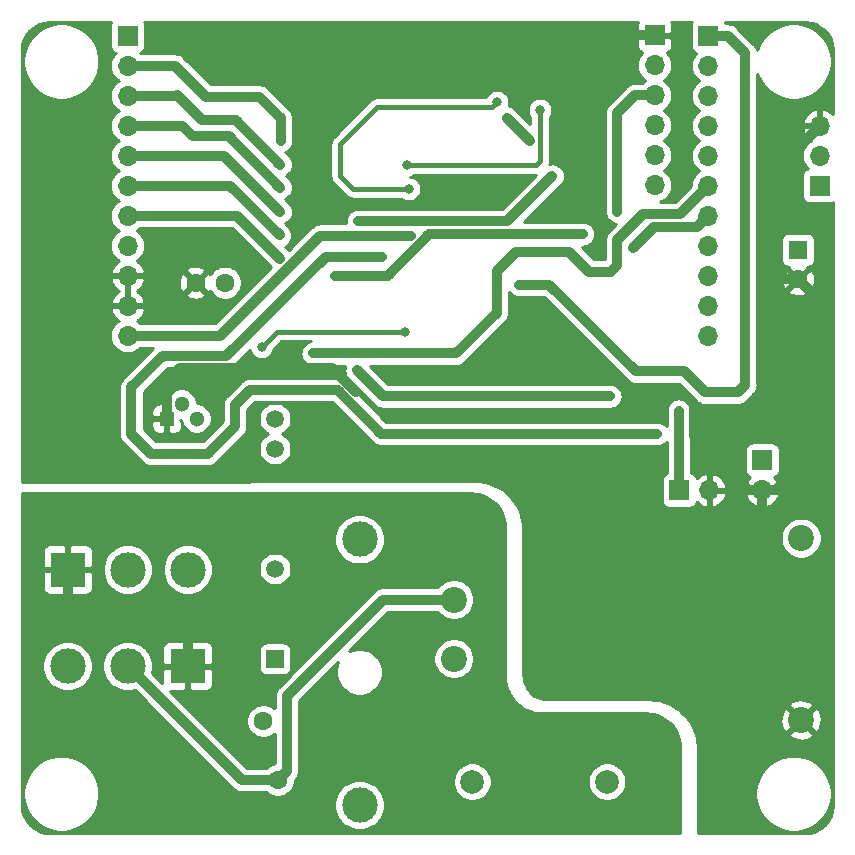
<source format=gbl>
G04 #@! TF.GenerationSoftware,KiCad,Pcbnew,(5.1.2)-2*
G04 #@! TF.CreationDate,2019-08-09T14:08:30+02:00*
G04 #@! TF.ProjectId,ESP Base,45535020-4261-4736-952e-6b696361645f,1.0.8*
G04 #@! TF.SameCoordinates,Original*
G04 #@! TF.FileFunction,Copper,L2,Bot*
G04 #@! TF.FilePolarity,Positive*
%FSLAX46Y46*%
G04 Gerber Fmt 4.6, Leading zero omitted, Abs format (unit mm)*
G04 Created by KiCad (PCBNEW (5.1.2)-2) date 2019-08-09 14:08:30*
%MOMM*%
%LPD*%
G04 APERTURE LIST*
%ADD10O,1.700000X1.700000*%
%ADD11R,1.700000X1.700000*%
%ADD12C,1.600000*%
%ADD13R,1.600000X1.600000*%
%ADD14C,3.000000*%
%ADD15C,2.000000*%
%ADD16R,3.000000X3.000000*%
%ADD17C,1.508000*%
%ADD18R,1.508000X1.508000*%
%ADD19C,1.300000*%
%ADD20R,1.300000X1.300000*%
%ADD21C,2.200000*%
%ADD22C,0.800000*%
%ADD23C,0.812800*%
%ADD24C,0.381000*%
%ADD25C,0.254000*%
G04 APERTURE END LIST*
D10*
X126450000Y-56930000D03*
X126450000Y-59470000D03*
D11*
X126450000Y-62010000D03*
D10*
X112470000Y-61970000D03*
X112470000Y-59430000D03*
X112470000Y-56890000D03*
X112470000Y-54350000D03*
X112470000Y-51810000D03*
D11*
X112470000Y-49270000D03*
D12*
X76110000Y-70220000D03*
X73610000Y-70220000D03*
D13*
X124620000Y-67450000D03*
D12*
X124620000Y-69950000D03*
D14*
X87490000Y-114450000D03*
X87490000Y-91950000D03*
D15*
X97040000Y-112480000D03*
X108440000Y-112480000D03*
D16*
X72930000Y-102690000D03*
D14*
X67850000Y-102690000D03*
X62770000Y-102690000D03*
D11*
X67860000Y-49320000D03*
D10*
X67860000Y-51860000D03*
X67860000Y-54400000D03*
X67860000Y-56940000D03*
X67860000Y-59480000D03*
X67860000Y-62020000D03*
X67860000Y-64560000D03*
X67860000Y-67100000D03*
X67860000Y-69640000D03*
X67860000Y-72180000D03*
X67860000Y-74720000D03*
X117020000Y-74720000D03*
X117020000Y-72180000D03*
X117020000Y-69640000D03*
X117020000Y-67100000D03*
X117020000Y-64560000D03*
X117020000Y-62020000D03*
X117020000Y-59480000D03*
X117020000Y-56940000D03*
X117020000Y-54400000D03*
X117020000Y-51860000D03*
D11*
X117020000Y-49320000D03*
D10*
X117110000Y-87810000D03*
D11*
X114570000Y-87810000D03*
X121580000Y-85240000D03*
D10*
X121580000Y-87780000D03*
D14*
X72950000Y-94510000D03*
X67870000Y-94510000D03*
D16*
X62790000Y-94510000D03*
D17*
X80330000Y-81760000D03*
X80330000Y-84300000D03*
X80330000Y-94460000D03*
D18*
X80330000Y-102080000D03*
D19*
X72430000Y-80460000D03*
X73700000Y-81730000D03*
D20*
X71160000Y-81730000D03*
D12*
X79350000Y-107340000D03*
X80550000Y-112340000D03*
D21*
X95470000Y-102050000D03*
X95470000Y-97050000D03*
X124870000Y-107250000D03*
X124870000Y-91850000D03*
D22*
X124870000Y-95110000D03*
X87230000Y-79490000D03*
X107900000Y-67870000D03*
X106610000Y-75590000D03*
X114530000Y-81070000D03*
X109320000Y-64220000D03*
X101900000Y-58220000D03*
X99940000Y-56260000D03*
X80820000Y-58220000D03*
X80790000Y-60240000D03*
X80790000Y-62180000D03*
X80790000Y-64240000D03*
X80750000Y-66220000D03*
X80780000Y-68220000D03*
X91830000Y-66250000D03*
X79190000Y-75680000D03*
X91310000Y-74360000D03*
X89360000Y-68020000D03*
X112670000Y-83030000D03*
X87360000Y-65020000D03*
X103820000Y-61180000D03*
X85390000Y-69630000D03*
X106400000Y-66120000D03*
X87250000Y-77640000D03*
X108710000Y-79840000D03*
X110630000Y-67270000D03*
X83520000Y-76220000D03*
X102760000Y-55590000D03*
X91510000Y-60250000D03*
X99130000Y-54930000D03*
X91670000Y-62280000D03*
X100990000Y-70380000D03*
D23*
X121580000Y-87780000D02*
X121580000Y-91820000D01*
X121580000Y-91820000D02*
X124870000Y-95110000D01*
X124620000Y-69950000D02*
X125960000Y-71290000D01*
X122782081Y-87780000D02*
X121580000Y-87780000D01*
X125960000Y-84602081D02*
X122782081Y-87780000D01*
X125960000Y-71290000D02*
X125960000Y-84602081D01*
X123488630Y-69950000D02*
X122550000Y-69011370D01*
X124620000Y-69950000D02*
X123488630Y-69950000D01*
X122550000Y-60830000D02*
X126450000Y-56930000D01*
X122550000Y-69011370D02*
X122550000Y-60830000D01*
X87230000Y-79490000D02*
X85170000Y-77430000D01*
X85170000Y-77430000D02*
X72320000Y-77430000D01*
X71160000Y-78590000D02*
X71160000Y-81730000D01*
X72320000Y-77430000D02*
X71160000Y-78590000D01*
X110807200Y-49270000D02*
X109860000Y-50217200D01*
X112470000Y-49270000D02*
X110807200Y-49270000D01*
X109860000Y-50217200D02*
X109860000Y-53340000D01*
X109860000Y-53340000D02*
X107900000Y-55300000D01*
X107900000Y-55300000D02*
X107900000Y-67870000D01*
X120377919Y-87780000D02*
X115780000Y-83182081D01*
X121580000Y-87780000D02*
X120377919Y-87780000D01*
X115780000Y-83182081D02*
X115780000Y-80460000D01*
X115780000Y-80460000D02*
X114860000Y-79540000D01*
X114860000Y-79540000D02*
X110560000Y-79540000D01*
X110560000Y-79540000D02*
X106610000Y-75590000D01*
X114530000Y-87770000D02*
X114570000Y-87810000D01*
X114530000Y-81070000D02*
X114530000Y-87770000D01*
X111267919Y-54350000D02*
X111257919Y-54340000D01*
X112470000Y-54350000D02*
X111267919Y-54350000D01*
X111257919Y-54340000D02*
X110820000Y-54340000D01*
X110820000Y-54340000D02*
X109320000Y-55840000D01*
X109320000Y-55840000D02*
X109320000Y-64220000D01*
X72930000Y-100377200D02*
X72930000Y-102690000D01*
X71112800Y-98560000D02*
X72930000Y-100377200D01*
X64527200Y-98560000D02*
X71112800Y-98560000D01*
X62790000Y-96822800D02*
X64527200Y-98560000D01*
X62790000Y-94510000D02*
X62790000Y-96822800D01*
X77500000Y-112340000D02*
X80550000Y-112340000D01*
X67850000Y-102690000D02*
X77500000Y-112340000D01*
X81349999Y-111540001D02*
X81349999Y-105200001D01*
X80550000Y-112340000D02*
X81349999Y-111540001D01*
X89500000Y-97050000D02*
X95470000Y-97050000D01*
X81349999Y-105200001D02*
X89500000Y-97050000D01*
X101900000Y-58220000D02*
X99940000Y-56260000D01*
X71840000Y-51860000D02*
X67860000Y-51860000D01*
X74460000Y-54480000D02*
X71840000Y-51860000D01*
X78990000Y-54480000D02*
X74460000Y-54480000D01*
X80820000Y-58220000D02*
X80820000Y-56310000D01*
X80820000Y-56310000D02*
X78990000Y-54480000D01*
X72030000Y-54400000D02*
X67860000Y-54400000D01*
X72060000Y-54370000D02*
X72030000Y-54400000D01*
X74150000Y-56460000D02*
X72060000Y-54370000D01*
X80790000Y-60240000D02*
X77010000Y-56460000D01*
X77010000Y-56460000D02*
X74150000Y-56460000D01*
X80790000Y-62180000D02*
X76450000Y-57840000D01*
X76450000Y-57840000D02*
X73400000Y-57840000D01*
X73400000Y-57840000D02*
X72480000Y-56920000D01*
X72460000Y-56940000D02*
X67860000Y-56940000D01*
X72480000Y-56920000D02*
X72460000Y-56940000D01*
X76030000Y-59480000D02*
X67860000Y-59480000D01*
X80790000Y-64240000D02*
X76030000Y-59480000D01*
X76550000Y-62020000D02*
X67860000Y-62020000D01*
X80750000Y-66220000D02*
X76550000Y-62020000D01*
X80780000Y-68220000D02*
X77100000Y-64540000D01*
X77080000Y-64560000D02*
X67860000Y-64560000D01*
X77100000Y-64540000D02*
X77080000Y-64560000D01*
X75712328Y-74720000D02*
X67860000Y-74720000D01*
X84182328Y-66250000D02*
X75712328Y-74720000D01*
X91830000Y-66250000D02*
X84182328Y-66250000D01*
D24*
X79190000Y-75680000D02*
X80510000Y-74360000D01*
X80510000Y-74360000D02*
X91310000Y-74360000D01*
D23*
X89360000Y-68020000D02*
X84620000Y-68020000D01*
X76222810Y-76417190D02*
X70852810Y-76417190D01*
X84620000Y-68020000D02*
X76222810Y-76417190D01*
X70852810Y-76417190D02*
X68180000Y-79090000D01*
X68180000Y-79090000D02*
X68180000Y-83030000D01*
X68180000Y-83030000D02*
X69840000Y-84690000D01*
X69840000Y-84690000D02*
X74670000Y-84690000D01*
X74670000Y-84690000D02*
X76960000Y-82400000D01*
X76960000Y-82400000D02*
X76960000Y-80580000D01*
X76960000Y-80580000D02*
X78220000Y-79320000D01*
X89337672Y-83030000D02*
X112670000Y-83030000D01*
X78220000Y-79320000D02*
X85627672Y-79320000D01*
X85627672Y-79320000D02*
X89337672Y-83030000D01*
X99980000Y-65020000D02*
X103820000Y-61180000D01*
X87360000Y-65020000D02*
X99980000Y-65020000D01*
X93392329Y-66120000D02*
X106400000Y-66120000D01*
X85390000Y-69630000D02*
X89882329Y-69630000D01*
X89882329Y-69630000D02*
X93392329Y-66120000D01*
X87250000Y-77640000D02*
X89450000Y-79840000D01*
X89450000Y-79840000D02*
X108710000Y-79840000D01*
X110630000Y-67270000D02*
X112380000Y-65520000D01*
X116060000Y-65520000D02*
X117020000Y-64560000D01*
X112380000Y-65520000D02*
X116060000Y-65520000D01*
X83520000Y-76220000D02*
X95650000Y-76220000D01*
X95650000Y-76220000D02*
X99100000Y-72770000D01*
X99100000Y-72770000D02*
X99100000Y-69200000D01*
X99100000Y-69200000D02*
X100700000Y-67600000D01*
X100700000Y-67600000D02*
X105250000Y-67600000D01*
X105250000Y-67600000D02*
X106950000Y-69300000D01*
X106950000Y-69300000D02*
X108760000Y-69300000D01*
X108760000Y-69300000D02*
X109310000Y-68750000D01*
X109310000Y-68750000D02*
X109310000Y-66610000D01*
X109310000Y-66610000D02*
X111500000Y-64420000D01*
X114620000Y-64420000D02*
X117020000Y-62020000D01*
X111500000Y-64420000D02*
X114620000Y-64420000D01*
D24*
X102760000Y-55590000D02*
X102760000Y-59920000D01*
X102760000Y-59920000D02*
X102430000Y-60250000D01*
X102430000Y-60250000D02*
X91510000Y-60250000D01*
X98730001Y-55329999D02*
X89010001Y-55329999D01*
X99130000Y-54930000D02*
X98730001Y-55329999D01*
X89010001Y-55329999D02*
X85850000Y-58490000D01*
X85850000Y-58490000D02*
X85850000Y-61230000D01*
X85850000Y-61230000D02*
X86900000Y-62280000D01*
X86900000Y-62280000D02*
X91670000Y-62280000D01*
D23*
X118682800Y-49320000D02*
X120140000Y-50777200D01*
X117020000Y-49320000D02*
X118682800Y-49320000D01*
X120140000Y-50777200D02*
X120140000Y-78890000D01*
X120140000Y-78890000D02*
X119510000Y-79520000D01*
X119510000Y-79520000D02*
X116710000Y-79520000D01*
X116710000Y-79520000D02*
X114930000Y-77740000D01*
X114930000Y-77740000D02*
X110910000Y-77740000D01*
X110910000Y-77740000D02*
X103550000Y-70380000D01*
X103550000Y-70380000D02*
X100990000Y-70380000D01*
D25*
G36*
X97257581Y-88075263D02*
G01*
X97575201Y-88129228D01*
X97884753Y-88218409D01*
X98182403Y-88341700D01*
X98464356Y-88497529D01*
X98727091Y-88683951D01*
X98967311Y-88898624D01*
X99181984Y-89138844D01*
X99368406Y-89401579D01*
X99524235Y-89683532D01*
X99647526Y-89981182D01*
X99736707Y-90290734D01*
X99790672Y-90608354D01*
X99808935Y-90933560D01*
X99808935Y-103570000D01*
X99809135Y-103577121D01*
X99827998Y-103913014D01*
X99829592Y-103927166D01*
X99885945Y-104258836D01*
X99889115Y-104272721D01*
X99982249Y-104595995D01*
X99986952Y-104609438D01*
X100115695Y-104920252D01*
X100121875Y-104933083D01*
X100284609Y-105227528D01*
X100292186Y-105239587D01*
X100486865Y-105513960D01*
X100495744Y-105525095D01*
X100719918Y-105775946D01*
X100729989Y-105786017D01*
X100980840Y-106010191D01*
X100991975Y-106019070D01*
X101266348Y-106213749D01*
X101278407Y-106221326D01*
X101572852Y-106384060D01*
X101585683Y-106390240D01*
X101896497Y-106518983D01*
X101909940Y-106523686D01*
X102233214Y-106616820D01*
X102247099Y-106619990D01*
X102578769Y-106676343D01*
X102592921Y-106677937D01*
X102928814Y-106696800D01*
X102935935Y-106697000D01*
X111742299Y-106697000D01*
X112068196Y-106715341D01*
X112386467Y-106769535D01*
X112696632Y-106859093D01*
X112994804Y-106982893D01*
X113277195Y-107139363D01*
X113540248Y-107326530D01*
X113780642Y-107542032D01*
X113995333Y-107783142D01*
X114181620Y-108046824D01*
X114337141Y-108329734D01*
X114459941Y-108628322D01*
X114548460Y-108938790D01*
X114601586Y-109257232D01*
X114618836Y-109583212D01*
X114594549Y-116830000D01*
X61272279Y-116830000D01*
X60786106Y-116782330D01*
X60349503Y-116650512D01*
X59946814Y-116436399D01*
X59593387Y-116148150D01*
X59302673Y-115796739D01*
X59085760Y-115395564D01*
X58950894Y-114959886D01*
X58900000Y-114475664D01*
X58900000Y-113172168D01*
X59013000Y-113172168D01*
X59013000Y-113807832D01*
X59137012Y-114431281D01*
X59380270Y-115018558D01*
X59733425Y-115547093D01*
X60182907Y-115996575D01*
X60711442Y-116349730D01*
X61298719Y-116592988D01*
X61922168Y-116717000D01*
X62557832Y-116717000D01*
X63181281Y-116592988D01*
X63768558Y-116349730D01*
X64297093Y-115996575D01*
X64746575Y-115547093D01*
X65099730Y-115018558D01*
X65342988Y-114431281D01*
X65381091Y-114239721D01*
X85355000Y-114239721D01*
X85355000Y-114660279D01*
X85437047Y-115072756D01*
X85597988Y-115461302D01*
X85831637Y-115810983D01*
X86129017Y-116108363D01*
X86478698Y-116342012D01*
X86867244Y-116502953D01*
X87279721Y-116585000D01*
X87700279Y-116585000D01*
X88112756Y-116502953D01*
X88501302Y-116342012D01*
X88850983Y-116108363D01*
X89148363Y-115810983D01*
X89382012Y-115461302D01*
X89542953Y-115072756D01*
X89625000Y-114660279D01*
X89625000Y-114239721D01*
X89542953Y-113827244D01*
X89382012Y-113438698D01*
X89148363Y-113089017D01*
X88850983Y-112791637D01*
X88501302Y-112557988D01*
X88112756Y-112397047D01*
X87720223Y-112318967D01*
X95405000Y-112318967D01*
X95405000Y-112641033D01*
X95467832Y-112956912D01*
X95591082Y-113254463D01*
X95770013Y-113522252D01*
X95997748Y-113749987D01*
X96265537Y-113928918D01*
X96563088Y-114052168D01*
X96878967Y-114115000D01*
X97201033Y-114115000D01*
X97516912Y-114052168D01*
X97814463Y-113928918D01*
X98082252Y-113749987D01*
X98309987Y-113522252D01*
X98488918Y-113254463D01*
X98612168Y-112956912D01*
X98675000Y-112641033D01*
X98675000Y-112318967D01*
X106805000Y-112318967D01*
X106805000Y-112641033D01*
X106867832Y-112956912D01*
X106991082Y-113254463D01*
X107170013Y-113522252D01*
X107397748Y-113749987D01*
X107665537Y-113928918D01*
X107963088Y-114052168D01*
X108278967Y-114115000D01*
X108601033Y-114115000D01*
X108916912Y-114052168D01*
X109214463Y-113928918D01*
X109482252Y-113749987D01*
X109709987Y-113522252D01*
X109888918Y-113254463D01*
X110012168Y-112956912D01*
X110075000Y-112641033D01*
X110075000Y-112318967D01*
X110012168Y-112003088D01*
X109888918Y-111705537D01*
X109709987Y-111437748D01*
X109482252Y-111210013D01*
X109214463Y-111031082D01*
X108916912Y-110907832D01*
X108601033Y-110845000D01*
X108278967Y-110845000D01*
X107963088Y-110907832D01*
X107665537Y-111031082D01*
X107397748Y-111210013D01*
X107170013Y-111437748D01*
X106991082Y-111705537D01*
X106867832Y-112003088D01*
X106805000Y-112318967D01*
X98675000Y-112318967D01*
X98612168Y-112003088D01*
X98488918Y-111705537D01*
X98309987Y-111437748D01*
X98082252Y-111210013D01*
X97814463Y-111031082D01*
X97516912Y-110907832D01*
X97201033Y-110845000D01*
X96878967Y-110845000D01*
X96563088Y-110907832D01*
X96265537Y-111031082D01*
X95997748Y-111210013D01*
X95770013Y-111437748D01*
X95591082Y-111705537D01*
X95467832Y-112003088D01*
X95405000Y-112318967D01*
X87720223Y-112318967D01*
X87700279Y-112315000D01*
X87279721Y-112315000D01*
X86867244Y-112397047D01*
X86478698Y-112557988D01*
X86129017Y-112791637D01*
X85831637Y-113089017D01*
X85597988Y-113438698D01*
X85437047Y-113827244D01*
X85355000Y-114239721D01*
X65381091Y-114239721D01*
X65467000Y-113807832D01*
X65467000Y-113172168D01*
X65342988Y-112548719D01*
X65099730Y-111961442D01*
X64746575Y-111432907D01*
X64297093Y-110983425D01*
X63768558Y-110630270D01*
X63181281Y-110387012D01*
X62557832Y-110263000D01*
X61922168Y-110263000D01*
X61298719Y-110387012D01*
X60711442Y-110630270D01*
X60182907Y-110983425D01*
X59733425Y-111432907D01*
X59380270Y-111961442D01*
X59137012Y-112548719D01*
X59013000Y-113172168D01*
X58900000Y-113172168D01*
X58900000Y-102479721D01*
X60635000Y-102479721D01*
X60635000Y-102900279D01*
X60717047Y-103312756D01*
X60877988Y-103701302D01*
X61111637Y-104050983D01*
X61409017Y-104348363D01*
X61758698Y-104582012D01*
X62147244Y-104742953D01*
X62559721Y-104825000D01*
X62980279Y-104825000D01*
X63392756Y-104742953D01*
X63781302Y-104582012D01*
X64130983Y-104348363D01*
X64428363Y-104050983D01*
X64662012Y-103701302D01*
X64822953Y-103312756D01*
X64905000Y-102900279D01*
X64905000Y-102479721D01*
X65715000Y-102479721D01*
X65715000Y-102900279D01*
X65797047Y-103312756D01*
X65957988Y-103701302D01*
X66191637Y-104050983D01*
X66489017Y-104348363D01*
X66838698Y-104582012D01*
X67227244Y-104742953D01*
X67639721Y-104825000D01*
X68060279Y-104825000D01*
X68437254Y-104750015D01*
X76727453Y-113040215D01*
X76760057Y-113079943D01*
X76799785Y-113112547D01*
X76799789Y-113112551D01*
X76872433Y-113172168D01*
X76918630Y-113210081D01*
X77099546Y-113306783D01*
X77295850Y-113366331D01*
X77448848Y-113381400D01*
X77448858Y-113381400D01*
X77500000Y-113386437D01*
X77551141Y-113381400D01*
X79562004Y-113381400D01*
X79635241Y-113454637D01*
X79870273Y-113611680D01*
X80131426Y-113719853D01*
X80408665Y-113775000D01*
X80691335Y-113775000D01*
X80968574Y-113719853D01*
X81229727Y-113611680D01*
X81464759Y-113454637D01*
X81664637Y-113254759D01*
X81821680Y-113019727D01*
X81929853Y-112758574D01*
X81985000Y-112481335D01*
X81985000Y-112377762D01*
X82050213Y-112312549D01*
X82089942Y-112279944D01*
X82122549Y-112240213D01*
X82220080Y-112121372D01*
X82316781Y-111940457D01*
X82316782Y-111940454D01*
X82376330Y-111744151D01*
X82391399Y-111591153D01*
X82391399Y-111591143D01*
X82396436Y-111540002D01*
X82391399Y-111488860D01*
X82391399Y-105631362D01*
X85708219Y-102314542D01*
X85581282Y-102620997D01*
X85505000Y-103004495D01*
X85505000Y-103395505D01*
X85581282Y-103779003D01*
X85730915Y-104140250D01*
X85948149Y-104465364D01*
X86224636Y-104741851D01*
X86549750Y-104959085D01*
X86910997Y-105108718D01*
X87294495Y-105185000D01*
X87685505Y-105185000D01*
X88069003Y-105108718D01*
X88430250Y-104959085D01*
X88755364Y-104741851D01*
X89031851Y-104465364D01*
X89249085Y-104140250D01*
X89398718Y-103779003D01*
X89475000Y-103395505D01*
X89475000Y-103004495D01*
X89398718Y-102620997D01*
X89249085Y-102259750D01*
X89031851Y-101934636D01*
X88976332Y-101879117D01*
X93735000Y-101879117D01*
X93735000Y-102220883D01*
X93801675Y-102556081D01*
X93932463Y-102871831D01*
X94122337Y-103155998D01*
X94364002Y-103397663D01*
X94648169Y-103587537D01*
X94963919Y-103718325D01*
X95299117Y-103785000D01*
X95640883Y-103785000D01*
X95976081Y-103718325D01*
X96291831Y-103587537D01*
X96575998Y-103397663D01*
X96817663Y-103155998D01*
X97007537Y-102871831D01*
X97138325Y-102556081D01*
X97205000Y-102220883D01*
X97205000Y-101879117D01*
X97138325Y-101543919D01*
X97007537Y-101228169D01*
X96817663Y-100944002D01*
X96575998Y-100702337D01*
X96291831Y-100512463D01*
X95976081Y-100381675D01*
X95640883Y-100315000D01*
X95299117Y-100315000D01*
X94963919Y-100381675D01*
X94648169Y-100512463D01*
X94364002Y-100702337D01*
X94122337Y-100944002D01*
X93932463Y-101228169D01*
X93801675Y-101543919D01*
X93735000Y-101879117D01*
X88976332Y-101879117D01*
X88755364Y-101658149D01*
X88430250Y-101440915D01*
X88069003Y-101291282D01*
X87685505Y-101215000D01*
X87294495Y-101215000D01*
X86910997Y-101291282D01*
X86604542Y-101418219D01*
X89931362Y-98091400D01*
X94079174Y-98091400D01*
X94122337Y-98155998D01*
X94364002Y-98397663D01*
X94648169Y-98587537D01*
X94963919Y-98718325D01*
X95299117Y-98785000D01*
X95640883Y-98785000D01*
X95976081Y-98718325D01*
X96291831Y-98587537D01*
X96575998Y-98397663D01*
X96817663Y-98155998D01*
X97007537Y-97871831D01*
X97138325Y-97556081D01*
X97205000Y-97220883D01*
X97205000Y-96879117D01*
X97138325Y-96543919D01*
X97007537Y-96228169D01*
X96817663Y-95944002D01*
X96575998Y-95702337D01*
X96291831Y-95512463D01*
X95976081Y-95381675D01*
X95640883Y-95315000D01*
X95299117Y-95315000D01*
X94963919Y-95381675D01*
X94648169Y-95512463D01*
X94364002Y-95702337D01*
X94122337Y-95944002D01*
X94079174Y-96008600D01*
X89551141Y-96008600D01*
X89500000Y-96003563D01*
X89448858Y-96008600D01*
X89448848Y-96008600D01*
X89295850Y-96023669D01*
X89099546Y-96083217D01*
X89099544Y-96083218D01*
X88918630Y-96179919D01*
X88799788Y-96277450D01*
X88799785Y-96277453D01*
X88760057Y-96310057D01*
X88727453Y-96349785D01*
X80649785Y-104427454D01*
X80610057Y-104460058D01*
X80577453Y-104499786D01*
X80577449Y-104499790D01*
X80479918Y-104618632D01*
X80383217Y-104799546D01*
X80323669Y-104995852D01*
X80303562Y-105200001D01*
X80308600Y-105251152D01*
X80308600Y-106269204D01*
X80264759Y-106225363D01*
X80029727Y-106068320D01*
X79768574Y-105960147D01*
X79491335Y-105905000D01*
X79208665Y-105905000D01*
X78931426Y-105960147D01*
X78670273Y-106068320D01*
X78435241Y-106225363D01*
X78235363Y-106425241D01*
X78078320Y-106660273D01*
X77970147Y-106921426D01*
X77915000Y-107198665D01*
X77915000Y-107481335D01*
X77970147Y-107758574D01*
X78078320Y-108019727D01*
X78235363Y-108254759D01*
X78435241Y-108454637D01*
X78670273Y-108611680D01*
X78931426Y-108719853D01*
X79208665Y-108775000D01*
X79491335Y-108775000D01*
X79768574Y-108719853D01*
X80029727Y-108611680D01*
X80264759Y-108454637D01*
X80308599Y-108410797D01*
X80308599Y-110924905D01*
X80131426Y-110960147D01*
X79870273Y-111068320D01*
X79635241Y-111225363D01*
X79562004Y-111298600D01*
X77931362Y-111298600D01*
X71460755Y-104827994D01*
X72644250Y-104825000D01*
X72803000Y-104666250D01*
X72803000Y-102817000D01*
X73057000Y-102817000D01*
X73057000Y-104666250D01*
X73215750Y-104825000D01*
X74430000Y-104828072D01*
X74554482Y-104815812D01*
X74674180Y-104779502D01*
X74784494Y-104720537D01*
X74881185Y-104641185D01*
X74960537Y-104544494D01*
X75019502Y-104434180D01*
X75055812Y-104314482D01*
X75068072Y-104190000D01*
X75065000Y-102975750D01*
X74906250Y-102817000D01*
X73057000Y-102817000D01*
X72803000Y-102817000D01*
X70953750Y-102817000D01*
X70795000Y-102975750D01*
X70792006Y-104159245D01*
X69910015Y-103277254D01*
X69985000Y-102900279D01*
X69985000Y-102479721D01*
X69902953Y-102067244D01*
X69742012Y-101678698D01*
X69508363Y-101329017D01*
X69369346Y-101190000D01*
X70791928Y-101190000D01*
X70795000Y-102404250D01*
X70953750Y-102563000D01*
X72803000Y-102563000D01*
X72803000Y-100713750D01*
X73057000Y-100713750D01*
X73057000Y-102563000D01*
X74906250Y-102563000D01*
X75065000Y-102404250D01*
X75067727Y-101326000D01*
X78937928Y-101326000D01*
X78937928Y-102834000D01*
X78950188Y-102958482D01*
X78986498Y-103078180D01*
X79045463Y-103188494D01*
X79124815Y-103285185D01*
X79221506Y-103364537D01*
X79331820Y-103423502D01*
X79451518Y-103459812D01*
X79576000Y-103472072D01*
X81084000Y-103472072D01*
X81208482Y-103459812D01*
X81328180Y-103423502D01*
X81438494Y-103364537D01*
X81535185Y-103285185D01*
X81614537Y-103188494D01*
X81673502Y-103078180D01*
X81709812Y-102958482D01*
X81722072Y-102834000D01*
X81722072Y-101326000D01*
X81709812Y-101201518D01*
X81673502Y-101081820D01*
X81614537Y-100971506D01*
X81535185Y-100874815D01*
X81438494Y-100795463D01*
X81328180Y-100736498D01*
X81208482Y-100700188D01*
X81084000Y-100687928D01*
X79576000Y-100687928D01*
X79451518Y-100700188D01*
X79331820Y-100736498D01*
X79221506Y-100795463D01*
X79124815Y-100874815D01*
X79045463Y-100971506D01*
X78986498Y-101081820D01*
X78950188Y-101201518D01*
X78937928Y-101326000D01*
X75067727Y-101326000D01*
X75068072Y-101190000D01*
X75055812Y-101065518D01*
X75019502Y-100945820D01*
X74960537Y-100835506D01*
X74881185Y-100738815D01*
X74784494Y-100659463D01*
X74674180Y-100600498D01*
X74554482Y-100564188D01*
X74430000Y-100551928D01*
X73215750Y-100555000D01*
X73057000Y-100713750D01*
X72803000Y-100713750D01*
X72644250Y-100555000D01*
X71430000Y-100551928D01*
X71305518Y-100564188D01*
X71185820Y-100600498D01*
X71075506Y-100659463D01*
X70978815Y-100738815D01*
X70899463Y-100835506D01*
X70840498Y-100945820D01*
X70804188Y-101065518D01*
X70791928Y-101190000D01*
X69369346Y-101190000D01*
X69210983Y-101031637D01*
X68861302Y-100797988D01*
X68472756Y-100637047D01*
X68060279Y-100555000D01*
X67639721Y-100555000D01*
X67227244Y-100637047D01*
X66838698Y-100797988D01*
X66489017Y-101031637D01*
X66191637Y-101329017D01*
X65957988Y-101678698D01*
X65797047Y-102067244D01*
X65715000Y-102479721D01*
X64905000Y-102479721D01*
X64822953Y-102067244D01*
X64662012Y-101678698D01*
X64428363Y-101329017D01*
X64130983Y-101031637D01*
X63781302Y-100797988D01*
X63392756Y-100637047D01*
X62980279Y-100555000D01*
X62559721Y-100555000D01*
X62147244Y-100637047D01*
X61758698Y-100797988D01*
X61409017Y-101031637D01*
X61111637Y-101329017D01*
X60877988Y-101678698D01*
X60717047Y-102067244D01*
X60635000Y-102479721D01*
X58900000Y-102479721D01*
X58900000Y-96010000D01*
X60651928Y-96010000D01*
X60664188Y-96134482D01*
X60700498Y-96254180D01*
X60759463Y-96364494D01*
X60838815Y-96461185D01*
X60935506Y-96540537D01*
X61045820Y-96599502D01*
X61165518Y-96635812D01*
X61290000Y-96648072D01*
X62504250Y-96645000D01*
X62663000Y-96486250D01*
X62663000Y-94637000D01*
X62917000Y-94637000D01*
X62917000Y-96486250D01*
X63075750Y-96645000D01*
X64290000Y-96648072D01*
X64414482Y-96635812D01*
X64534180Y-96599502D01*
X64644494Y-96540537D01*
X64741185Y-96461185D01*
X64820537Y-96364494D01*
X64879502Y-96254180D01*
X64915812Y-96134482D01*
X64928072Y-96010000D01*
X64925000Y-94795750D01*
X64766250Y-94637000D01*
X62917000Y-94637000D01*
X62663000Y-94637000D01*
X60813750Y-94637000D01*
X60655000Y-94795750D01*
X60651928Y-96010000D01*
X58900000Y-96010000D01*
X58900000Y-93010000D01*
X60651928Y-93010000D01*
X60655000Y-94224250D01*
X60813750Y-94383000D01*
X62663000Y-94383000D01*
X62663000Y-92533750D01*
X62917000Y-92533750D01*
X62917000Y-94383000D01*
X64766250Y-94383000D01*
X64849529Y-94299721D01*
X65735000Y-94299721D01*
X65735000Y-94720279D01*
X65817047Y-95132756D01*
X65977988Y-95521302D01*
X66211637Y-95870983D01*
X66509017Y-96168363D01*
X66858698Y-96402012D01*
X67247244Y-96562953D01*
X67659721Y-96645000D01*
X68080279Y-96645000D01*
X68492756Y-96562953D01*
X68881302Y-96402012D01*
X69230983Y-96168363D01*
X69528363Y-95870983D01*
X69762012Y-95521302D01*
X69922953Y-95132756D01*
X70005000Y-94720279D01*
X70005000Y-94299721D01*
X70815000Y-94299721D01*
X70815000Y-94720279D01*
X70897047Y-95132756D01*
X71057988Y-95521302D01*
X71291637Y-95870983D01*
X71589017Y-96168363D01*
X71938698Y-96402012D01*
X72327244Y-96562953D01*
X72739721Y-96645000D01*
X73160279Y-96645000D01*
X73572756Y-96562953D01*
X73961302Y-96402012D01*
X74310983Y-96168363D01*
X74608363Y-95870983D01*
X74842012Y-95521302D01*
X75002953Y-95132756D01*
X75085000Y-94720279D01*
X75085000Y-94323195D01*
X78941000Y-94323195D01*
X78941000Y-94596805D01*
X78994378Y-94865156D01*
X79099084Y-95117938D01*
X79251093Y-95345436D01*
X79444564Y-95538907D01*
X79672062Y-95690916D01*
X79924844Y-95795622D01*
X80193195Y-95849000D01*
X80466805Y-95849000D01*
X80735156Y-95795622D01*
X80987938Y-95690916D01*
X81215436Y-95538907D01*
X81408907Y-95345436D01*
X81560916Y-95117938D01*
X81665622Y-94865156D01*
X81719000Y-94596805D01*
X81719000Y-94323195D01*
X81665622Y-94054844D01*
X81560916Y-93802062D01*
X81408907Y-93574564D01*
X81215436Y-93381093D01*
X80987938Y-93229084D01*
X80735156Y-93124378D01*
X80466805Y-93071000D01*
X80193195Y-93071000D01*
X79924844Y-93124378D01*
X79672062Y-93229084D01*
X79444564Y-93381093D01*
X79251093Y-93574564D01*
X79099084Y-93802062D01*
X78994378Y-94054844D01*
X78941000Y-94323195D01*
X75085000Y-94323195D01*
X75085000Y-94299721D01*
X75002953Y-93887244D01*
X74842012Y-93498698D01*
X74608363Y-93149017D01*
X74310983Y-92851637D01*
X73961302Y-92617988D01*
X73572756Y-92457047D01*
X73160279Y-92375000D01*
X72739721Y-92375000D01*
X72327244Y-92457047D01*
X71938698Y-92617988D01*
X71589017Y-92851637D01*
X71291637Y-93149017D01*
X71057988Y-93498698D01*
X70897047Y-93887244D01*
X70815000Y-94299721D01*
X70005000Y-94299721D01*
X69922953Y-93887244D01*
X69762012Y-93498698D01*
X69528363Y-93149017D01*
X69230983Y-92851637D01*
X68881302Y-92617988D01*
X68492756Y-92457047D01*
X68080279Y-92375000D01*
X67659721Y-92375000D01*
X67247244Y-92457047D01*
X66858698Y-92617988D01*
X66509017Y-92851637D01*
X66211637Y-93149017D01*
X65977988Y-93498698D01*
X65817047Y-93887244D01*
X65735000Y-94299721D01*
X64849529Y-94299721D01*
X64925000Y-94224250D01*
X64928072Y-93010000D01*
X64915812Y-92885518D01*
X64879502Y-92765820D01*
X64820537Y-92655506D01*
X64741185Y-92558815D01*
X64644494Y-92479463D01*
X64534180Y-92420498D01*
X64414482Y-92384188D01*
X64290000Y-92371928D01*
X63075750Y-92375000D01*
X62917000Y-92533750D01*
X62663000Y-92533750D01*
X62504250Y-92375000D01*
X61290000Y-92371928D01*
X61165518Y-92384188D01*
X61045820Y-92420498D01*
X60935506Y-92479463D01*
X60838815Y-92558815D01*
X60759463Y-92655506D01*
X60700498Y-92765820D01*
X60664188Y-92885518D01*
X60651928Y-93010000D01*
X58900000Y-93010000D01*
X58900000Y-91739721D01*
X85355000Y-91739721D01*
X85355000Y-92160279D01*
X85437047Y-92572756D01*
X85597988Y-92961302D01*
X85831637Y-93310983D01*
X86129017Y-93608363D01*
X86478698Y-93842012D01*
X86867244Y-94002953D01*
X87279721Y-94085000D01*
X87700279Y-94085000D01*
X88112756Y-94002953D01*
X88501302Y-93842012D01*
X88850983Y-93608363D01*
X89148363Y-93310983D01*
X89382012Y-92961302D01*
X89542953Y-92572756D01*
X89625000Y-92160279D01*
X89625000Y-91739721D01*
X89542953Y-91327244D01*
X89382012Y-90938698D01*
X89148363Y-90589017D01*
X88850983Y-90291637D01*
X88501302Y-90057988D01*
X88112756Y-89897047D01*
X87700279Y-89815000D01*
X87279721Y-89815000D01*
X86867244Y-89897047D01*
X86478698Y-90057988D01*
X86129017Y-90291637D01*
X85831637Y-90589017D01*
X85597988Y-90938698D01*
X85437047Y-91327244D01*
X85355000Y-91739721D01*
X58900000Y-91739721D01*
X58900000Y-88057000D01*
X96932375Y-88057000D01*
X97257581Y-88075263D01*
X97257581Y-88075263D01*
G37*
X97257581Y-88075263D02*
X97575201Y-88129228D01*
X97884753Y-88218409D01*
X98182403Y-88341700D01*
X98464356Y-88497529D01*
X98727091Y-88683951D01*
X98967311Y-88898624D01*
X99181984Y-89138844D01*
X99368406Y-89401579D01*
X99524235Y-89683532D01*
X99647526Y-89981182D01*
X99736707Y-90290734D01*
X99790672Y-90608354D01*
X99808935Y-90933560D01*
X99808935Y-103570000D01*
X99809135Y-103577121D01*
X99827998Y-103913014D01*
X99829592Y-103927166D01*
X99885945Y-104258836D01*
X99889115Y-104272721D01*
X99982249Y-104595995D01*
X99986952Y-104609438D01*
X100115695Y-104920252D01*
X100121875Y-104933083D01*
X100284609Y-105227528D01*
X100292186Y-105239587D01*
X100486865Y-105513960D01*
X100495744Y-105525095D01*
X100719918Y-105775946D01*
X100729989Y-105786017D01*
X100980840Y-106010191D01*
X100991975Y-106019070D01*
X101266348Y-106213749D01*
X101278407Y-106221326D01*
X101572852Y-106384060D01*
X101585683Y-106390240D01*
X101896497Y-106518983D01*
X101909940Y-106523686D01*
X102233214Y-106616820D01*
X102247099Y-106619990D01*
X102578769Y-106676343D01*
X102592921Y-106677937D01*
X102928814Y-106696800D01*
X102935935Y-106697000D01*
X111742299Y-106697000D01*
X112068196Y-106715341D01*
X112386467Y-106769535D01*
X112696632Y-106859093D01*
X112994804Y-106982893D01*
X113277195Y-107139363D01*
X113540248Y-107326530D01*
X113780642Y-107542032D01*
X113995333Y-107783142D01*
X114181620Y-108046824D01*
X114337141Y-108329734D01*
X114459941Y-108628322D01*
X114548460Y-108938790D01*
X114601586Y-109257232D01*
X114618836Y-109583212D01*
X114594549Y-116830000D01*
X61272279Y-116830000D01*
X60786106Y-116782330D01*
X60349503Y-116650512D01*
X59946814Y-116436399D01*
X59593387Y-116148150D01*
X59302673Y-115796739D01*
X59085760Y-115395564D01*
X58950894Y-114959886D01*
X58900000Y-114475664D01*
X58900000Y-113172168D01*
X59013000Y-113172168D01*
X59013000Y-113807832D01*
X59137012Y-114431281D01*
X59380270Y-115018558D01*
X59733425Y-115547093D01*
X60182907Y-115996575D01*
X60711442Y-116349730D01*
X61298719Y-116592988D01*
X61922168Y-116717000D01*
X62557832Y-116717000D01*
X63181281Y-116592988D01*
X63768558Y-116349730D01*
X64297093Y-115996575D01*
X64746575Y-115547093D01*
X65099730Y-115018558D01*
X65342988Y-114431281D01*
X65381091Y-114239721D01*
X85355000Y-114239721D01*
X85355000Y-114660279D01*
X85437047Y-115072756D01*
X85597988Y-115461302D01*
X85831637Y-115810983D01*
X86129017Y-116108363D01*
X86478698Y-116342012D01*
X86867244Y-116502953D01*
X87279721Y-116585000D01*
X87700279Y-116585000D01*
X88112756Y-116502953D01*
X88501302Y-116342012D01*
X88850983Y-116108363D01*
X89148363Y-115810983D01*
X89382012Y-115461302D01*
X89542953Y-115072756D01*
X89625000Y-114660279D01*
X89625000Y-114239721D01*
X89542953Y-113827244D01*
X89382012Y-113438698D01*
X89148363Y-113089017D01*
X88850983Y-112791637D01*
X88501302Y-112557988D01*
X88112756Y-112397047D01*
X87720223Y-112318967D01*
X95405000Y-112318967D01*
X95405000Y-112641033D01*
X95467832Y-112956912D01*
X95591082Y-113254463D01*
X95770013Y-113522252D01*
X95997748Y-113749987D01*
X96265537Y-113928918D01*
X96563088Y-114052168D01*
X96878967Y-114115000D01*
X97201033Y-114115000D01*
X97516912Y-114052168D01*
X97814463Y-113928918D01*
X98082252Y-113749987D01*
X98309987Y-113522252D01*
X98488918Y-113254463D01*
X98612168Y-112956912D01*
X98675000Y-112641033D01*
X98675000Y-112318967D01*
X106805000Y-112318967D01*
X106805000Y-112641033D01*
X106867832Y-112956912D01*
X106991082Y-113254463D01*
X107170013Y-113522252D01*
X107397748Y-113749987D01*
X107665537Y-113928918D01*
X107963088Y-114052168D01*
X108278967Y-114115000D01*
X108601033Y-114115000D01*
X108916912Y-114052168D01*
X109214463Y-113928918D01*
X109482252Y-113749987D01*
X109709987Y-113522252D01*
X109888918Y-113254463D01*
X110012168Y-112956912D01*
X110075000Y-112641033D01*
X110075000Y-112318967D01*
X110012168Y-112003088D01*
X109888918Y-111705537D01*
X109709987Y-111437748D01*
X109482252Y-111210013D01*
X109214463Y-111031082D01*
X108916912Y-110907832D01*
X108601033Y-110845000D01*
X108278967Y-110845000D01*
X107963088Y-110907832D01*
X107665537Y-111031082D01*
X107397748Y-111210013D01*
X107170013Y-111437748D01*
X106991082Y-111705537D01*
X106867832Y-112003088D01*
X106805000Y-112318967D01*
X98675000Y-112318967D01*
X98612168Y-112003088D01*
X98488918Y-111705537D01*
X98309987Y-111437748D01*
X98082252Y-111210013D01*
X97814463Y-111031082D01*
X97516912Y-110907832D01*
X97201033Y-110845000D01*
X96878967Y-110845000D01*
X96563088Y-110907832D01*
X96265537Y-111031082D01*
X95997748Y-111210013D01*
X95770013Y-111437748D01*
X95591082Y-111705537D01*
X95467832Y-112003088D01*
X95405000Y-112318967D01*
X87720223Y-112318967D01*
X87700279Y-112315000D01*
X87279721Y-112315000D01*
X86867244Y-112397047D01*
X86478698Y-112557988D01*
X86129017Y-112791637D01*
X85831637Y-113089017D01*
X85597988Y-113438698D01*
X85437047Y-113827244D01*
X85355000Y-114239721D01*
X65381091Y-114239721D01*
X65467000Y-113807832D01*
X65467000Y-113172168D01*
X65342988Y-112548719D01*
X65099730Y-111961442D01*
X64746575Y-111432907D01*
X64297093Y-110983425D01*
X63768558Y-110630270D01*
X63181281Y-110387012D01*
X62557832Y-110263000D01*
X61922168Y-110263000D01*
X61298719Y-110387012D01*
X60711442Y-110630270D01*
X60182907Y-110983425D01*
X59733425Y-111432907D01*
X59380270Y-111961442D01*
X59137012Y-112548719D01*
X59013000Y-113172168D01*
X58900000Y-113172168D01*
X58900000Y-102479721D01*
X60635000Y-102479721D01*
X60635000Y-102900279D01*
X60717047Y-103312756D01*
X60877988Y-103701302D01*
X61111637Y-104050983D01*
X61409017Y-104348363D01*
X61758698Y-104582012D01*
X62147244Y-104742953D01*
X62559721Y-104825000D01*
X62980279Y-104825000D01*
X63392756Y-104742953D01*
X63781302Y-104582012D01*
X64130983Y-104348363D01*
X64428363Y-104050983D01*
X64662012Y-103701302D01*
X64822953Y-103312756D01*
X64905000Y-102900279D01*
X64905000Y-102479721D01*
X65715000Y-102479721D01*
X65715000Y-102900279D01*
X65797047Y-103312756D01*
X65957988Y-103701302D01*
X66191637Y-104050983D01*
X66489017Y-104348363D01*
X66838698Y-104582012D01*
X67227244Y-104742953D01*
X67639721Y-104825000D01*
X68060279Y-104825000D01*
X68437254Y-104750015D01*
X76727453Y-113040215D01*
X76760057Y-113079943D01*
X76799785Y-113112547D01*
X76799789Y-113112551D01*
X76872433Y-113172168D01*
X76918630Y-113210081D01*
X77099546Y-113306783D01*
X77295850Y-113366331D01*
X77448848Y-113381400D01*
X77448858Y-113381400D01*
X77500000Y-113386437D01*
X77551141Y-113381400D01*
X79562004Y-113381400D01*
X79635241Y-113454637D01*
X79870273Y-113611680D01*
X80131426Y-113719853D01*
X80408665Y-113775000D01*
X80691335Y-113775000D01*
X80968574Y-113719853D01*
X81229727Y-113611680D01*
X81464759Y-113454637D01*
X81664637Y-113254759D01*
X81821680Y-113019727D01*
X81929853Y-112758574D01*
X81985000Y-112481335D01*
X81985000Y-112377762D01*
X82050213Y-112312549D01*
X82089942Y-112279944D01*
X82122549Y-112240213D01*
X82220080Y-112121372D01*
X82316781Y-111940457D01*
X82316782Y-111940454D01*
X82376330Y-111744151D01*
X82391399Y-111591153D01*
X82391399Y-111591143D01*
X82396436Y-111540002D01*
X82391399Y-111488860D01*
X82391399Y-105631362D01*
X85708219Y-102314542D01*
X85581282Y-102620997D01*
X85505000Y-103004495D01*
X85505000Y-103395505D01*
X85581282Y-103779003D01*
X85730915Y-104140250D01*
X85948149Y-104465364D01*
X86224636Y-104741851D01*
X86549750Y-104959085D01*
X86910997Y-105108718D01*
X87294495Y-105185000D01*
X87685505Y-105185000D01*
X88069003Y-105108718D01*
X88430250Y-104959085D01*
X88755364Y-104741851D01*
X89031851Y-104465364D01*
X89249085Y-104140250D01*
X89398718Y-103779003D01*
X89475000Y-103395505D01*
X89475000Y-103004495D01*
X89398718Y-102620997D01*
X89249085Y-102259750D01*
X89031851Y-101934636D01*
X88976332Y-101879117D01*
X93735000Y-101879117D01*
X93735000Y-102220883D01*
X93801675Y-102556081D01*
X93932463Y-102871831D01*
X94122337Y-103155998D01*
X94364002Y-103397663D01*
X94648169Y-103587537D01*
X94963919Y-103718325D01*
X95299117Y-103785000D01*
X95640883Y-103785000D01*
X95976081Y-103718325D01*
X96291831Y-103587537D01*
X96575998Y-103397663D01*
X96817663Y-103155998D01*
X97007537Y-102871831D01*
X97138325Y-102556081D01*
X97205000Y-102220883D01*
X97205000Y-101879117D01*
X97138325Y-101543919D01*
X97007537Y-101228169D01*
X96817663Y-100944002D01*
X96575998Y-100702337D01*
X96291831Y-100512463D01*
X95976081Y-100381675D01*
X95640883Y-100315000D01*
X95299117Y-100315000D01*
X94963919Y-100381675D01*
X94648169Y-100512463D01*
X94364002Y-100702337D01*
X94122337Y-100944002D01*
X93932463Y-101228169D01*
X93801675Y-101543919D01*
X93735000Y-101879117D01*
X88976332Y-101879117D01*
X88755364Y-101658149D01*
X88430250Y-101440915D01*
X88069003Y-101291282D01*
X87685505Y-101215000D01*
X87294495Y-101215000D01*
X86910997Y-101291282D01*
X86604542Y-101418219D01*
X89931362Y-98091400D01*
X94079174Y-98091400D01*
X94122337Y-98155998D01*
X94364002Y-98397663D01*
X94648169Y-98587537D01*
X94963919Y-98718325D01*
X95299117Y-98785000D01*
X95640883Y-98785000D01*
X95976081Y-98718325D01*
X96291831Y-98587537D01*
X96575998Y-98397663D01*
X96817663Y-98155998D01*
X97007537Y-97871831D01*
X97138325Y-97556081D01*
X97205000Y-97220883D01*
X97205000Y-96879117D01*
X97138325Y-96543919D01*
X97007537Y-96228169D01*
X96817663Y-95944002D01*
X96575998Y-95702337D01*
X96291831Y-95512463D01*
X95976081Y-95381675D01*
X95640883Y-95315000D01*
X95299117Y-95315000D01*
X94963919Y-95381675D01*
X94648169Y-95512463D01*
X94364002Y-95702337D01*
X94122337Y-95944002D01*
X94079174Y-96008600D01*
X89551141Y-96008600D01*
X89500000Y-96003563D01*
X89448858Y-96008600D01*
X89448848Y-96008600D01*
X89295850Y-96023669D01*
X89099546Y-96083217D01*
X89099544Y-96083218D01*
X88918630Y-96179919D01*
X88799788Y-96277450D01*
X88799785Y-96277453D01*
X88760057Y-96310057D01*
X88727453Y-96349785D01*
X80649785Y-104427454D01*
X80610057Y-104460058D01*
X80577453Y-104499786D01*
X80577449Y-104499790D01*
X80479918Y-104618632D01*
X80383217Y-104799546D01*
X80323669Y-104995852D01*
X80303562Y-105200001D01*
X80308600Y-105251152D01*
X80308600Y-106269204D01*
X80264759Y-106225363D01*
X80029727Y-106068320D01*
X79768574Y-105960147D01*
X79491335Y-105905000D01*
X79208665Y-105905000D01*
X78931426Y-105960147D01*
X78670273Y-106068320D01*
X78435241Y-106225363D01*
X78235363Y-106425241D01*
X78078320Y-106660273D01*
X77970147Y-106921426D01*
X77915000Y-107198665D01*
X77915000Y-107481335D01*
X77970147Y-107758574D01*
X78078320Y-108019727D01*
X78235363Y-108254759D01*
X78435241Y-108454637D01*
X78670273Y-108611680D01*
X78931426Y-108719853D01*
X79208665Y-108775000D01*
X79491335Y-108775000D01*
X79768574Y-108719853D01*
X80029727Y-108611680D01*
X80264759Y-108454637D01*
X80308599Y-108410797D01*
X80308599Y-110924905D01*
X80131426Y-110960147D01*
X79870273Y-111068320D01*
X79635241Y-111225363D01*
X79562004Y-111298600D01*
X77931362Y-111298600D01*
X71460755Y-104827994D01*
X72644250Y-104825000D01*
X72803000Y-104666250D01*
X72803000Y-102817000D01*
X73057000Y-102817000D01*
X73057000Y-104666250D01*
X73215750Y-104825000D01*
X74430000Y-104828072D01*
X74554482Y-104815812D01*
X74674180Y-104779502D01*
X74784494Y-104720537D01*
X74881185Y-104641185D01*
X74960537Y-104544494D01*
X75019502Y-104434180D01*
X75055812Y-104314482D01*
X75068072Y-104190000D01*
X75065000Y-102975750D01*
X74906250Y-102817000D01*
X73057000Y-102817000D01*
X72803000Y-102817000D01*
X70953750Y-102817000D01*
X70795000Y-102975750D01*
X70792006Y-104159245D01*
X69910015Y-103277254D01*
X69985000Y-102900279D01*
X69985000Y-102479721D01*
X69902953Y-102067244D01*
X69742012Y-101678698D01*
X69508363Y-101329017D01*
X69369346Y-101190000D01*
X70791928Y-101190000D01*
X70795000Y-102404250D01*
X70953750Y-102563000D01*
X72803000Y-102563000D01*
X72803000Y-100713750D01*
X73057000Y-100713750D01*
X73057000Y-102563000D01*
X74906250Y-102563000D01*
X75065000Y-102404250D01*
X75067727Y-101326000D01*
X78937928Y-101326000D01*
X78937928Y-102834000D01*
X78950188Y-102958482D01*
X78986498Y-103078180D01*
X79045463Y-103188494D01*
X79124815Y-103285185D01*
X79221506Y-103364537D01*
X79331820Y-103423502D01*
X79451518Y-103459812D01*
X79576000Y-103472072D01*
X81084000Y-103472072D01*
X81208482Y-103459812D01*
X81328180Y-103423502D01*
X81438494Y-103364537D01*
X81535185Y-103285185D01*
X81614537Y-103188494D01*
X81673502Y-103078180D01*
X81709812Y-102958482D01*
X81722072Y-102834000D01*
X81722072Y-101326000D01*
X81709812Y-101201518D01*
X81673502Y-101081820D01*
X81614537Y-100971506D01*
X81535185Y-100874815D01*
X81438494Y-100795463D01*
X81328180Y-100736498D01*
X81208482Y-100700188D01*
X81084000Y-100687928D01*
X79576000Y-100687928D01*
X79451518Y-100700188D01*
X79331820Y-100736498D01*
X79221506Y-100795463D01*
X79124815Y-100874815D01*
X79045463Y-100971506D01*
X78986498Y-101081820D01*
X78950188Y-101201518D01*
X78937928Y-101326000D01*
X75067727Y-101326000D01*
X75068072Y-101190000D01*
X75055812Y-101065518D01*
X75019502Y-100945820D01*
X74960537Y-100835506D01*
X74881185Y-100738815D01*
X74784494Y-100659463D01*
X74674180Y-100600498D01*
X74554482Y-100564188D01*
X74430000Y-100551928D01*
X73215750Y-100555000D01*
X73057000Y-100713750D01*
X72803000Y-100713750D01*
X72644250Y-100555000D01*
X71430000Y-100551928D01*
X71305518Y-100564188D01*
X71185820Y-100600498D01*
X71075506Y-100659463D01*
X70978815Y-100738815D01*
X70899463Y-100835506D01*
X70840498Y-100945820D01*
X70804188Y-101065518D01*
X70791928Y-101190000D01*
X69369346Y-101190000D01*
X69210983Y-101031637D01*
X68861302Y-100797988D01*
X68472756Y-100637047D01*
X68060279Y-100555000D01*
X67639721Y-100555000D01*
X67227244Y-100637047D01*
X66838698Y-100797988D01*
X66489017Y-101031637D01*
X66191637Y-101329017D01*
X65957988Y-101678698D01*
X65797047Y-102067244D01*
X65715000Y-102479721D01*
X64905000Y-102479721D01*
X64822953Y-102067244D01*
X64662012Y-101678698D01*
X64428363Y-101329017D01*
X64130983Y-101031637D01*
X63781302Y-100797988D01*
X63392756Y-100637047D01*
X62980279Y-100555000D01*
X62559721Y-100555000D01*
X62147244Y-100637047D01*
X61758698Y-100797988D01*
X61409017Y-101031637D01*
X61111637Y-101329017D01*
X60877988Y-101678698D01*
X60717047Y-102067244D01*
X60635000Y-102479721D01*
X58900000Y-102479721D01*
X58900000Y-96010000D01*
X60651928Y-96010000D01*
X60664188Y-96134482D01*
X60700498Y-96254180D01*
X60759463Y-96364494D01*
X60838815Y-96461185D01*
X60935506Y-96540537D01*
X61045820Y-96599502D01*
X61165518Y-96635812D01*
X61290000Y-96648072D01*
X62504250Y-96645000D01*
X62663000Y-96486250D01*
X62663000Y-94637000D01*
X62917000Y-94637000D01*
X62917000Y-96486250D01*
X63075750Y-96645000D01*
X64290000Y-96648072D01*
X64414482Y-96635812D01*
X64534180Y-96599502D01*
X64644494Y-96540537D01*
X64741185Y-96461185D01*
X64820537Y-96364494D01*
X64879502Y-96254180D01*
X64915812Y-96134482D01*
X64928072Y-96010000D01*
X64925000Y-94795750D01*
X64766250Y-94637000D01*
X62917000Y-94637000D01*
X62663000Y-94637000D01*
X60813750Y-94637000D01*
X60655000Y-94795750D01*
X60651928Y-96010000D01*
X58900000Y-96010000D01*
X58900000Y-93010000D01*
X60651928Y-93010000D01*
X60655000Y-94224250D01*
X60813750Y-94383000D01*
X62663000Y-94383000D01*
X62663000Y-92533750D01*
X62917000Y-92533750D01*
X62917000Y-94383000D01*
X64766250Y-94383000D01*
X64849529Y-94299721D01*
X65735000Y-94299721D01*
X65735000Y-94720279D01*
X65817047Y-95132756D01*
X65977988Y-95521302D01*
X66211637Y-95870983D01*
X66509017Y-96168363D01*
X66858698Y-96402012D01*
X67247244Y-96562953D01*
X67659721Y-96645000D01*
X68080279Y-96645000D01*
X68492756Y-96562953D01*
X68881302Y-96402012D01*
X69230983Y-96168363D01*
X69528363Y-95870983D01*
X69762012Y-95521302D01*
X69922953Y-95132756D01*
X70005000Y-94720279D01*
X70005000Y-94299721D01*
X70815000Y-94299721D01*
X70815000Y-94720279D01*
X70897047Y-95132756D01*
X71057988Y-95521302D01*
X71291637Y-95870983D01*
X71589017Y-96168363D01*
X71938698Y-96402012D01*
X72327244Y-96562953D01*
X72739721Y-96645000D01*
X73160279Y-96645000D01*
X73572756Y-96562953D01*
X73961302Y-96402012D01*
X74310983Y-96168363D01*
X74608363Y-95870983D01*
X74842012Y-95521302D01*
X75002953Y-95132756D01*
X75085000Y-94720279D01*
X75085000Y-94323195D01*
X78941000Y-94323195D01*
X78941000Y-94596805D01*
X78994378Y-94865156D01*
X79099084Y-95117938D01*
X79251093Y-95345436D01*
X79444564Y-95538907D01*
X79672062Y-95690916D01*
X79924844Y-95795622D01*
X80193195Y-95849000D01*
X80466805Y-95849000D01*
X80735156Y-95795622D01*
X80987938Y-95690916D01*
X81215436Y-95538907D01*
X81408907Y-95345436D01*
X81560916Y-95117938D01*
X81665622Y-94865156D01*
X81719000Y-94596805D01*
X81719000Y-94323195D01*
X81665622Y-94054844D01*
X81560916Y-93802062D01*
X81408907Y-93574564D01*
X81215436Y-93381093D01*
X80987938Y-93229084D01*
X80735156Y-93124378D01*
X80466805Y-93071000D01*
X80193195Y-93071000D01*
X79924844Y-93124378D01*
X79672062Y-93229084D01*
X79444564Y-93381093D01*
X79251093Y-93574564D01*
X79099084Y-93802062D01*
X78994378Y-94054844D01*
X78941000Y-94323195D01*
X75085000Y-94323195D01*
X75085000Y-94299721D01*
X75002953Y-93887244D01*
X74842012Y-93498698D01*
X74608363Y-93149017D01*
X74310983Y-92851637D01*
X73961302Y-92617988D01*
X73572756Y-92457047D01*
X73160279Y-92375000D01*
X72739721Y-92375000D01*
X72327244Y-92457047D01*
X71938698Y-92617988D01*
X71589017Y-92851637D01*
X71291637Y-93149017D01*
X71057988Y-93498698D01*
X70897047Y-93887244D01*
X70815000Y-94299721D01*
X70005000Y-94299721D01*
X69922953Y-93887244D01*
X69762012Y-93498698D01*
X69528363Y-93149017D01*
X69230983Y-92851637D01*
X68881302Y-92617988D01*
X68492756Y-92457047D01*
X68080279Y-92375000D01*
X67659721Y-92375000D01*
X67247244Y-92457047D01*
X66858698Y-92617988D01*
X66509017Y-92851637D01*
X66211637Y-93149017D01*
X65977988Y-93498698D01*
X65817047Y-93887244D01*
X65735000Y-94299721D01*
X64849529Y-94299721D01*
X64925000Y-94224250D01*
X64928072Y-93010000D01*
X64915812Y-92885518D01*
X64879502Y-92765820D01*
X64820537Y-92655506D01*
X64741185Y-92558815D01*
X64644494Y-92479463D01*
X64534180Y-92420498D01*
X64414482Y-92384188D01*
X64290000Y-92371928D01*
X63075750Y-92375000D01*
X62917000Y-92533750D01*
X62663000Y-92533750D01*
X62504250Y-92375000D01*
X61290000Y-92371928D01*
X61165518Y-92384188D01*
X61045820Y-92420498D01*
X60935506Y-92479463D01*
X60838815Y-92558815D01*
X60759463Y-92655506D01*
X60700498Y-92765820D01*
X60664188Y-92885518D01*
X60651928Y-93010000D01*
X58900000Y-93010000D01*
X58900000Y-91739721D01*
X85355000Y-91739721D01*
X85355000Y-92160279D01*
X85437047Y-92572756D01*
X85597988Y-92961302D01*
X85831637Y-93310983D01*
X86129017Y-93608363D01*
X86478698Y-93842012D01*
X86867244Y-94002953D01*
X87279721Y-94085000D01*
X87700279Y-94085000D01*
X88112756Y-94002953D01*
X88501302Y-93842012D01*
X88850983Y-93608363D01*
X89148363Y-93310983D01*
X89382012Y-92961302D01*
X89542953Y-92572756D01*
X89625000Y-92160279D01*
X89625000Y-91739721D01*
X89542953Y-91327244D01*
X89382012Y-90938698D01*
X89148363Y-90589017D01*
X88850983Y-90291637D01*
X88501302Y-90057988D01*
X88112756Y-89897047D01*
X87700279Y-89815000D01*
X87279721Y-89815000D01*
X86867244Y-89897047D01*
X86478698Y-90057988D01*
X86129017Y-90291637D01*
X85831637Y-90589017D01*
X85597988Y-90938698D01*
X85437047Y-91327244D01*
X85355000Y-91739721D01*
X58900000Y-91739721D01*
X58900000Y-88057000D01*
X96932375Y-88057000D01*
X97257581Y-88075263D01*
G36*
X66420498Y-48225820D02*
G01*
X66384188Y-48345518D01*
X66371928Y-48470000D01*
X66371928Y-50170000D01*
X66384188Y-50294482D01*
X66420498Y-50414180D01*
X66479463Y-50524494D01*
X66558815Y-50621185D01*
X66655506Y-50700537D01*
X66765820Y-50759502D01*
X66834687Y-50780393D01*
X66804866Y-50804866D01*
X66619294Y-51030986D01*
X66481401Y-51288966D01*
X66396487Y-51568889D01*
X66367815Y-51860000D01*
X66396487Y-52151111D01*
X66481401Y-52431034D01*
X66619294Y-52689014D01*
X66804866Y-52915134D01*
X67030986Y-53100706D01*
X67085791Y-53130000D01*
X67030986Y-53159294D01*
X66804866Y-53344866D01*
X66619294Y-53570986D01*
X66481401Y-53828966D01*
X66396487Y-54108889D01*
X66367815Y-54400000D01*
X66396487Y-54691111D01*
X66481401Y-54971034D01*
X66619294Y-55229014D01*
X66804866Y-55455134D01*
X67030986Y-55640706D01*
X67085791Y-55670000D01*
X67030986Y-55699294D01*
X66804866Y-55884866D01*
X66619294Y-56110986D01*
X66481401Y-56368966D01*
X66396487Y-56648889D01*
X66367815Y-56940000D01*
X66396487Y-57231111D01*
X66481401Y-57511034D01*
X66619294Y-57769014D01*
X66804866Y-57995134D01*
X67030986Y-58180706D01*
X67085791Y-58210000D01*
X67030986Y-58239294D01*
X66804866Y-58424866D01*
X66619294Y-58650986D01*
X66481401Y-58908966D01*
X66396487Y-59188889D01*
X66367815Y-59480000D01*
X66396487Y-59771111D01*
X66481401Y-60051034D01*
X66619294Y-60309014D01*
X66804866Y-60535134D01*
X67030986Y-60720706D01*
X67085791Y-60750000D01*
X67030986Y-60779294D01*
X66804866Y-60964866D01*
X66619294Y-61190986D01*
X66481401Y-61448966D01*
X66396487Y-61728889D01*
X66367815Y-62020000D01*
X66396487Y-62311111D01*
X66481401Y-62591034D01*
X66619294Y-62849014D01*
X66804866Y-63075134D01*
X67030986Y-63260706D01*
X67085791Y-63290000D01*
X67030986Y-63319294D01*
X66804866Y-63504866D01*
X66619294Y-63730986D01*
X66481401Y-63988966D01*
X66396487Y-64268889D01*
X66367815Y-64560000D01*
X66396487Y-64851111D01*
X66481401Y-65131034D01*
X66619294Y-65389014D01*
X66804866Y-65615134D01*
X67030986Y-65800706D01*
X67085791Y-65830000D01*
X67030986Y-65859294D01*
X66804866Y-66044866D01*
X66619294Y-66270986D01*
X66481401Y-66528966D01*
X66396487Y-66808889D01*
X66367815Y-67100000D01*
X66396487Y-67391111D01*
X66481401Y-67671034D01*
X66619294Y-67929014D01*
X66804866Y-68155134D01*
X67030986Y-68340706D01*
X67095523Y-68375201D01*
X66978645Y-68444822D01*
X66762412Y-68639731D01*
X66588359Y-68873080D01*
X66463175Y-69135901D01*
X66418524Y-69283110D01*
X66539845Y-69513000D01*
X67733000Y-69513000D01*
X67733000Y-69493000D01*
X67987000Y-69493000D01*
X67987000Y-69513000D01*
X69180155Y-69513000D01*
X69301476Y-69283110D01*
X69284548Y-69227298D01*
X72796903Y-69227298D01*
X73610000Y-70040395D01*
X74423097Y-69227298D01*
X74351514Y-68983329D01*
X74096004Y-68862429D01*
X73821816Y-68793700D01*
X73539488Y-68779783D01*
X73259870Y-68821213D01*
X72993708Y-68916397D01*
X72868486Y-68983329D01*
X72796903Y-69227298D01*
X69284548Y-69227298D01*
X69256825Y-69135901D01*
X69131641Y-68873080D01*
X68957588Y-68639731D01*
X68741355Y-68444822D01*
X68624477Y-68375201D01*
X68689014Y-68340706D01*
X68915134Y-68155134D01*
X69100706Y-67929014D01*
X69238599Y-67671034D01*
X69323513Y-67391111D01*
X69352185Y-67100000D01*
X69323513Y-66808889D01*
X69238599Y-66528966D01*
X69100706Y-66270986D01*
X68915134Y-66044866D01*
X68689014Y-65859294D01*
X68634209Y-65830000D01*
X68689014Y-65800706D01*
X68915134Y-65615134D01*
X68926405Y-65601400D01*
X76688639Y-65601400D01*
X80023402Y-68936164D01*
X75280967Y-73678600D01*
X68926405Y-73678600D01*
X68915134Y-73664866D01*
X68689014Y-73479294D01*
X68624477Y-73444799D01*
X68741355Y-73375178D01*
X68957588Y-73180269D01*
X69131641Y-72946920D01*
X69256825Y-72684099D01*
X69301476Y-72536890D01*
X69180155Y-72307000D01*
X67987000Y-72307000D01*
X67987000Y-72327000D01*
X67733000Y-72327000D01*
X67733000Y-72307000D01*
X66539845Y-72307000D01*
X66418524Y-72536890D01*
X66463175Y-72684099D01*
X66588359Y-72946920D01*
X66762412Y-73180269D01*
X66978645Y-73375178D01*
X67095523Y-73444799D01*
X67030986Y-73479294D01*
X66804866Y-73664866D01*
X66619294Y-73890986D01*
X66481401Y-74148966D01*
X66396487Y-74428889D01*
X66367815Y-74720000D01*
X66396487Y-75011111D01*
X66481401Y-75291034D01*
X66619294Y-75549014D01*
X66804866Y-75775134D01*
X67030986Y-75960706D01*
X67288966Y-76098599D01*
X67568889Y-76183513D01*
X67787050Y-76205000D01*
X67932950Y-76205000D01*
X68151111Y-76183513D01*
X68431034Y-76098599D01*
X68689014Y-75960706D01*
X68915134Y-75775134D01*
X68926405Y-75761400D01*
X70035838Y-75761400D01*
X67479791Y-78317448D01*
X67440057Y-78350057D01*
X67309919Y-78508630D01*
X67242252Y-78635226D01*
X67215193Y-78685851D01*
X67213217Y-78689547D01*
X67153669Y-78885851D01*
X67138600Y-79038849D01*
X67138600Y-79038859D01*
X67133563Y-79090000D01*
X67138600Y-79141142D01*
X67138601Y-82978849D01*
X67133563Y-83030000D01*
X67138601Y-83081151D01*
X67138601Y-83081152D01*
X67145284Y-83149000D01*
X67153670Y-83234149D01*
X67213218Y-83430455D01*
X67309919Y-83611369D01*
X67407450Y-83730211D01*
X67407454Y-83730215D01*
X67440058Y-83769943D01*
X67479786Y-83802547D01*
X69067453Y-85390214D01*
X69100057Y-85429943D01*
X69139785Y-85462547D01*
X69139789Y-85462551D01*
X69223092Y-85530916D01*
X69258630Y-85560081D01*
X69439546Y-85656783D01*
X69635850Y-85716331D01*
X69788848Y-85731400D01*
X69788856Y-85731400D01*
X69840000Y-85736437D01*
X69891144Y-85731400D01*
X74618859Y-85731400D01*
X74670000Y-85736437D01*
X74721141Y-85731400D01*
X74721152Y-85731400D01*
X74874150Y-85716331D01*
X75070454Y-85656783D01*
X75251370Y-85560081D01*
X75409943Y-85429943D01*
X75442552Y-85390209D01*
X77660215Y-83172547D01*
X77699943Y-83139943D01*
X77736317Y-83095622D01*
X77830081Y-82981370D01*
X77926782Y-82800456D01*
X77926783Y-82800453D01*
X77986331Y-82604150D01*
X78001400Y-82451152D01*
X78001400Y-82451142D01*
X78006437Y-82400001D01*
X78001400Y-82348859D01*
X78001400Y-81623195D01*
X78941000Y-81623195D01*
X78941000Y-81896805D01*
X78994378Y-82165156D01*
X79099084Y-82417938D01*
X79251093Y-82645436D01*
X79444564Y-82838907D01*
X79672062Y-82990916D01*
X79766419Y-83030000D01*
X79672062Y-83069084D01*
X79444564Y-83221093D01*
X79251093Y-83414564D01*
X79099084Y-83642062D01*
X78994378Y-83894844D01*
X78941000Y-84163195D01*
X78941000Y-84436805D01*
X78994378Y-84705156D01*
X79099084Y-84957938D01*
X79251093Y-85185436D01*
X79444564Y-85378907D01*
X79672062Y-85530916D01*
X79924844Y-85635622D01*
X80193195Y-85689000D01*
X80466805Y-85689000D01*
X80735156Y-85635622D01*
X80987938Y-85530916D01*
X81215436Y-85378907D01*
X81408907Y-85185436D01*
X81560916Y-84957938D01*
X81665622Y-84705156D01*
X81719000Y-84436805D01*
X81719000Y-84163195D01*
X81665622Y-83894844D01*
X81560916Y-83642062D01*
X81408907Y-83414564D01*
X81215436Y-83221093D01*
X80987938Y-83069084D01*
X80893581Y-83030000D01*
X80987938Y-82990916D01*
X81215436Y-82838907D01*
X81408907Y-82645436D01*
X81560916Y-82417938D01*
X81665622Y-82165156D01*
X81719000Y-81896805D01*
X81719000Y-81623195D01*
X81665622Y-81354844D01*
X81560916Y-81102062D01*
X81408907Y-80874564D01*
X81215436Y-80681093D01*
X80987938Y-80529084D01*
X80735156Y-80424378D01*
X80466805Y-80371000D01*
X80193195Y-80371000D01*
X79924844Y-80424378D01*
X79672062Y-80529084D01*
X79444564Y-80681093D01*
X79251093Y-80874564D01*
X79099084Y-81102062D01*
X78994378Y-81354844D01*
X78941000Y-81623195D01*
X78001400Y-81623195D01*
X78001400Y-81011361D01*
X78651362Y-80361400D01*
X85196311Y-80361400D01*
X88565125Y-83730215D01*
X88597729Y-83769943D01*
X88637457Y-83802547D01*
X88637460Y-83802550D01*
X88706809Y-83859463D01*
X88756302Y-83900081D01*
X88937218Y-83996783D01*
X89133522Y-84056331D01*
X89286520Y-84071400D01*
X89286530Y-84071400D01*
X89337671Y-84076437D01*
X89388813Y-84071400D01*
X112721152Y-84071400D01*
X112874150Y-84056331D01*
X113070454Y-83996783D01*
X113251370Y-83900081D01*
X113409943Y-83769943D01*
X113488600Y-83674099D01*
X113488601Y-86366621D01*
X113475820Y-86370498D01*
X113365506Y-86429463D01*
X113268815Y-86508815D01*
X113189463Y-86605506D01*
X113130498Y-86715820D01*
X113094188Y-86835518D01*
X113081928Y-86960000D01*
X113081928Y-88660000D01*
X113094188Y-88784482D01*
X113130498Y-88904180D01*
X113189463Y-89014494D01*
X113268815Y-89111185D01*
X113365506Y-89190537D01*
X113475820Y-89249502D01*
X113595518Y-89285812D01*
X113720000Y-89298072D01*
X115420000Y-89298072D01*
X115544482Y-89285812D01*
X115664180Y-89249502D01*
X115774494Y-89190537D01*
X115871185Y-89111185D01*
X115950537Y-89014494D01*
X116009502Y-88904180D01*
X116033966Y-88823534D01*
X116109731Y-88907588D01*
X116343080Y-89081641D01*
X116605901Y-89206825D01*
X116753110Y-89251476D01*
X116983000Y-89130155D01*
X116983000Y-87937000D01*
X117237000Y-87937000D01*
X117237000Y-89130155D01*
X117466890Y-89251476D01*
X117614099Y-89206825D01*
X117876920Y-89081641D01*
X118110269Y-88907588D01*
X118305178Y-88691355D01*
X118454157Y-88441252D01*
X118551481Y-88166891D01*
X118535734Y-88136890D01*
X120138524Y-88136890D01*
X120183175Y-88284099D01*
X120308359Y-88546920D01*
X120482412Y-88780269D01*
X120698645Y-88975178D01*
X120948748Y-89124157D01*
X121223109Y-89221481D01*
X121453000Y-89100814D01*
X121453000Y-87907000D01*
X121707000Y-87907000D01*
X121707000Y-89100814D01*
X121936891Y-89221481D01*
X122211252Y-89124157D01*
X122461355Y-88975178D01*
X122677588Y-88780269D01*
X122851641Y-88546920D01*
X122976825Y-88284099D01*
X123021476Y-88136890D01*
X122900155Y-87907000D01*
X121707000Y-87907000D01*
X121453000Y-87907000D01*
X120259845Y-87907000D01*
X120138524Y-88136890D01*
X118535734Y-88136890D01*
X118430814Y-87937000D01*
X117237000Y-87937000D01*
X116983000Y-87937000D01*
X116963000Y-87937000D01*
X116963000Y-87683000D01*
X116983000Y-87683000D01*
X116983000Y-86489845D01*
X117237000Y-86489845D01*
X117237000Y-87683000D01*
X118430814Y-87683000D01*
X118551481Y-87453109D01*
X118454157Y-87178748D01*
X118305178Y-86928645D01*
X118110269Y-86712412D01*
X117876920Y-86538359D01*
X117614099Y-86413175D01*
X117466890Y-86368524D01*
X117237000Y-86489845D01*
X116983000Y-86489845D01*
X116753110Y-86368524D01*
X116605901Y-86413175D01*
X116343080Y-86538359D01*
X116109731Y-86712412D01*
X116033966Y-86796466D01*
X116009502Y-86715820D01*
X115950537Y-86605506D01*
X115871185Y-86508815D01*
X115774494Y-86429463D01*
X115664180Y-86370498D01*
X115571400Y-86342353D01*
X115571400Y-84390000D01*
X120091928Y-84390000D01*
X120091928Y-86090000D01*
X120104188Y-86214482D01*
X120140498Y-86334180D01*
X120199463Y-86444494D01*
X120278815Y-86541185D01*
X120375506Y-86620537D01*
X120485820Y-86679502D01*
X120566466Y-86703966D01*
X120482412Y-86779731D01*
X120308359Y-87013080D01*
X120183175Y-87275901D01*
X120138524Y-87423110D01*
X120259845Y-87653000D01*
X121453000Y-87653000D01*
X121453000Y-87633000D01*
X121707000Y-87633000D01*
X121707000Y-87653000D01*
X122900155Y-87653000D01*
X123021476Y-87423110D01*
X122976825Y-87275901D01*
X122851641Y-87013080D01*
X122677588Y-86779731D01*
X122593534Y-86703966D01*
X122674180Y-86679502D01*
X122784494Y-86620537D01*
X122881185Y-86541185D01*
X122960537Y-86444494D01*
X123019502Y-86334180D01*
X123055812Y-86214482D01*
X123068072Y-86090000D01*
X123068072Y-84390000D01*
X123055812Y-84265518D01*
X123019502Y-84145820D01*
X122960537Y-84035506D01*
X122881185Y-83938815D01*
X122784494Y-83859463D01*
X122674180Y-83800498D01*
X122554482Y-83764188D01*
X122430000Y-83751928D01*
X120730000Y-83751928D01*
X120605518Y-83764188D01*
X120485820Y-83800498D01*
X120375506Y-83859463D01*
X120278815Y-83938815D01*
X120199463Y-84035506D01*
X120140498Y-84145820D01*
X120104188Y-84265518D01*
X120091928Y-84390000D01*
X115571400Y-84390000D01*
X115571400Y-81018848D01*
X115556331Y-80865850D01*
X115496783Y-80669546D01*
X115400081Y-80488630D01*
X115269943Y-80330057D01*
X115111370Y-80199919D01*
X114930453Y-80103217D01*
X114734149Y-80043669D01*
X114530000Y-80023562D01*
X114325850Y-80043669D01*
X114129546Y-80103217D01*
X113948630Y-80199919D01*
X113790057Y-80330057D01*
X113659919Y-80488630D01*
X113563217Y-80669547D01*
X113503669Y-80865851D01*
X113488600Y-81018849D01*
X113488600Y-82385901D01*
X113409943Y-82290057D01*
X113251370Y-82159919D01*
X113070454Y-82063217D01*
X112874150Y-82003669D01*
X112721152Y-81988600D01*
X89769034Y-81988600D01*
X86400224Y-78619791D01*
X86367615Y-78580057D01*
X86209042Y-78449919D01*
X86028126Y-78353217D01*
X85831822Y-78293669D01*
X85678824Y-78278600D01*
X85678813Y-78278600D01*
X85627672Y-78273563D01*
X85576531Y-78278600D01*
X78271141Y-78278600D01*
X78219999Y-78273563D01*
X78168858Y-78278600D01*
X78168848Y-78278600D01*
X78015850Y-78293669D01*
X77819546Y-78353217D01*
X77819544Y-78353218D01*
X77638630Y-78449919D01*
X77519788Y-78547450D01*
X77519785Y-78547453D01*
X77480057Y-78580057D01*
X77447452Y-78619786D01*
X76259786Y-79807453D01*
X76220058Y-79840057D01*
X76187454Y-79879785D01*
X76187450Y-79879789D01*
X76089919Y-79998631D01*
X75993218Y-80179545D01*
X75968830Y-80259943D01*
X75935142Y-80371000D01*
X75933670Y-80375851D01*
X75913563Y-80580000D01*
X75918601Y-80631151D01*
X75918600Y-81968638D01*
X74238639Y-83648600D01*
X70271362Y-83648600D01*
X69221400Y-82598639D01*
X69221400Y-82380000D01*
X69871928Y-82380000D01*
X69884188Y-82504482D01*
X69920498Y-82624180D01*
X69979463Y-82734494D01*
X70058815Y-82831185D01*
X70155506Y-82910537D01*
X70265820Y-82969502D01*
X70385518Y-83005812D01*
X70510000Y-83018072D01*
X70874250Y-83015000D01*
X71033000Y-82856250D01*
X71033000Y-81857000D01*
X70033750Y-81857000D01*
X69875000Y-82015750D01*
X69871928Y-82380000D01*
X69221400Y-82380000D01*
X69221400Y-81080000D01*
X69871928Y-81080000D01*
X69875000Y-81444250D01*
X70033750Y-81603000D01*
X71033000Y-81603000D01*
X71033000Y-81583000D01*
X71287000Y-81583000D01*
X71287000Y-81603000D01*
X71307000Y-81603000D01*
X71307000Y-81857000D01*
X71287000Y-81857000D01*
X71287000Y-82856250D01*
X71445750Y-83015000D01*
X71810000Y-83018072D01*
X71934482Y-83005812D01*
X72054180Y-82969502D01*
X72164494Y-82910537D01*
X72261185Y-82831185D01*
X72340537Y-82734494D01*
X72399502Y-82624180D01*
X72435812Y-82504482D01*
X72448072Y-82380000D01*
X72445000Y-82015750D01*
X72286252Y-81857002D01*
X72415088Y-81857002D01*
X72464381Y-82104821D01*
X72561247Y-82338676D01*
X72701875Y-82549140D01*
X72880860Y-82728125D01*
X73091324Y-82868753D01*
X73325179Y-82965619D01*
X73573439Y-83015000D01*
X73826561Y-83015000D01*
X74074821Y-82965619D01*
X74308676Y-82868753D01*
X74519140Y-82728125D01*
X74698125Y-82549140D01*
X74838753Y-82338676D01*
X74935619Y-82104821D01*
X74985000Y-81856561D01*
X74985000Y-81603439D01*
X74935619Y-81355179D01*
X74838753Y-81121324D01*
X74698125Y-80910860D01*
X74519140Y-80731875D01*
X74308676Y-80591247D01*
X74074821Y-80494381D01*
X73826561Y-80445000D01*
X73715000Y-80445000D01*
X73715000Y-80333439D01*
X73665619Y-80085179D01*
X73568753Y-79851324D01*
X73428125Y-79640860D01*
X73249140Y-79461875D01*
X73038676Y-79321247D01*
X72804821Y-79224381D01*
X72556561Y-79175000D01*
X72303439Y-79175000D01*
X72055179Y-79224381D01*
X71821324Y-79321247D01*
X71610860Y-79461875D01*
X71431875Y-79640860D01*
X71291247Y-79851324D01*
X71194381Y-80085179D01*
X71145000Y-80333439D01*
X71145000Y-80445000D01*
X71032998Y-80445000D01*
X71032998Y-80603748D01*
X70874250Y-80445000D01*
X70510000Y-80441928D01*
X70385518Y-80454188D01*
X70265820Y-80490498D01*
X70155506Y-80549463D01*
X70058815Y-80628815D01*
X69979463Y-80725506D01*
X69920498Y-80835820D01*
X69884188Y-80955518D01*
X69871928Y-81080000D01*
X69221400Y-81080000D01*
X69221400Y-79521361D01*
X71284172Y-77458590D01*
X76171669Y-77458590D01*
X76222810Y-77463627D01*
X76273951Y-77458590D01*
X76273962Y-77458590D01*
X76426960Y-77443521D01*
X76623264Y-77383973D01*
X76804180Y-77287271D01*
X76962753Y-77157133D01*
X76995362Y-77117399D01*
X78184171Y-75928591D01*
X78194774Y-75981898D01*
X78272795Y-76170256D01*
X78386063Y-76339774D01*
X78530226Y-76483937D01*
X78699744Y-76597205D01*
X78888102Y-76675226D01*
X79088061Y-76715000D01*
X79291939Y-76715000D01*
X79491898Y-76675226D01*
X79680256Y-76597205D01*
X79849774Y-76483937D01*
X79993937Y-76339774D01*
X80107205Y-76170256D01*
X80185226Y-75981898D01*
X80217428Y-75820004D01*
X80851934Y-75185500D01*
X83398791Y-75185500D01*
X83315850Y-75193669D01*
X83119546Y-75253217D01*
X82938630Y-75349919D01*
X82780057Y-75480057D01*
X82649919Y-75638630D01*
X82553217Y-75819546D01*
X82493669Y-76015850D01*
X82473562Y-76220000D01*
X82493669Y-76424150D01*
X82553217Y-76620454D01*
X82649919Y-76801370D01*
X82780057Y-76959943D01*
X82938630Y-77090081D01*
X83119546Y-77186783D01*
X83315850Y-77246331D01*
X83468848Y-77261400D01*
X86276588Y-77261400D01*
X86223670Y-77435851D01*
X86203563Y-77640000D01*
X86223670Y-77844149D01*
X86283218Y-78040455D01*
X86379919Y-78221369D01*
X86477450Y-78340211D01*
X88677453Y-80540215D01*
X88710057Y-80579943D01*
X88749785Y-80612547D01*
X88749789Y-80612551D01*
X88819238Y-80669546D01*
X88868630Y-80710081D01*
X89049546Y-80806783D01*
X89245850Y-80866331D01*
X89398848Y-80881400D01*
X89398858Y-80881400D01*
X89450000Y-80886437D01*
X89501141Y-80881400D01*
X108761152Y-80881400D01*
X108914150Y-80866331D01*
X109110454Y-80806783D01*
X109291370Y-80710081D01*
X109449943Y-80579943D01*
X109580081Y-80421370D01*
X109676783Y-80240454D01*
X109736331Y-80044150D01*
X109756438Y-79840000D01*
X109736331Y-79635850D01*
X109676783Y-79439546D01*
X109580081Y-79258630D01*
X109449943Y-79100057D01*
X109291370Y-78969919D01*
X109110454Y-78873217D01*
X108914150Y-78813669D01*
X108761152Y-78798600D01*
X89881362Y-78798600D01*
X88344161Y-77261400D01*
X95598859Y-77261400D01*
X95650000Y-77266437D01*
X95701141Y-77261400D01*
X95701152Y-77261400D01*
X95854150Y-77246331D01*
X96050454Y-77186783D01*
X96231370Y-77090081D01*
X96389943Y-76959943D01*
X96422552Y-76920209D01*
X99800215Y-73542547D01*
X99839943Y-73509943D01*
X99872547Y-73470215D01*
X99872551Y-73470211D01*
X99970081Y-73351370D01*
X100020797Y-73256487D01*
X100066783Y-73170454D01*
X100126331Y-72974150D01*
X100141400Y-72821152D01*
X100141400Y-72821142D01*
X100146437Y-72770000D01*
X100141400Y-72718859D01*
X100141400Y-70987545D01*
X100250057Y-71119943D01*
X100408630Y-71250081D01*
X100589546Y-71346783D01*
X100785850Y-71406331D01*
X100938848Y-71421400D01*
X103118639Y-71421400D01*
X110137453Y-78440215D01*
X110170057Y-78479943D01*
X110209785Y-78512547D01*
X110209789Y-78512551D01*
X110292046Y-78580057D01*
X110328630Y-78610081D01*
X110509546Y-78706783D01*
X110705850Y-78766331D01*
X110858848Y-78781400D01*
X110858858Y-78781400D01*
X110910000Y-78786437D01*
X110961141Y-78781400D01*
X114498639Y-78781400D01*
X115937453Y-80220214D01*
X115970057Y-80259943D01*
X116009785Y-80292547D01*
X116009788Y-80292550D01*
X116128630Y-80390081D01*
X116225629Y-80441928D01*
X116309546Y-80486783D01*
X116505850Y-80546331D01*
X116658848Y-80561400D01*
X116658858Y-80561400D01*
X116709999Y-80566437D01*
X116761141Y-80561400D01*
X119458859Y-80561400D01*
X119510000Y-80566437D01*
X119561141Y-80561400D01*
X119561152Y-80561400D01*
X119714150Y-80546331D01*
X119910454Y-80486783D01*
X120091370Y-80390081D01*
X120249943Y-80259943D01*
X120282552Y-80220209D01*
X120840209Y-79662552D01*
X120879943Y-79629943D01*
X121010081Y-79471370D01*
X121106783Y-79290454D01*
X121166331Y-79094150D01*
X121181400Y-78941152D01*
X121181400Y-78941144D01*
X121186437Y-78890000D01*
X121181400Y-78838856D01*
X121181400Y-70942702D01*
X123806903Y-70942702D01*
X123878486Y-71186671D01*
X124133996Y-71307571D01*
X124408184Y-71376300D01*
X124690512Y-71390217D01*
X124970130Y-71348787D01*
X125236292Y-71253603D01*
X125361514Y-71186671D01*
X125433097Y-70942702D01*
X124620000Y-70129605D01*
X123806903Y-70942702D01*
X121181400Y-70942702D01*
X121181400Y-70020512D01*
X123179783Y-70020512D01*
X123221213Y-70300130D01*
X123316397Y-70566292D01*
X123383329Y-70691514D01*
X123627298Y-70763097D01*
X124440395Y-69950000D01*
X124799605Y-69950000D01*
X125612702Y-70763097D01*
X125856671Y-70691514D01*
X125977571Y-70436004D01*
X126046300Y-70161816D01*
X126060217Y-69879488D01*
X126018787Y-69599870D01*
X125923603Y-69333708D01*
X125856671Y-69208486D01*
X125612702Y-69136903D01*
X124799605Y-69950000D01*
X124440395Y-69950000D01*
X123627298Y-69136903D01*
X123383329Y-69208486D01*
X123262429Y-69463996D01*
X123193700Y-69738184D01*
X123179783Y-70020512D01*
X121181400Y-70020512D01*
X121181400Y-66650000D01*
X123181928Y-66650000D01*
X123181928Y-68250000D01*
X123194188Y-68374482D01*
X123230498Y-68494180D01*
X123289463Y-68604494D01*
X123368815Y-68701185D01*
X123465506Y-68780537D01*
X123575820Y-68839502D01*
X123695518Y-68875812D01*
X123820000Y-68888072D01*
X123827215Y-68888072D01*
X123806903Y-68957298D01*
X124620000Y-69770395D01*
X125433097Y-68957298D01*
X125412785Y-68888072D01*
X125420000Y-68888072D01*
X125544482Y-68875812D01*
X125664180Y-68839502D01*
X125774494Y-68780537D01*
X125871185Y-68701185D01*
X125950537Y-68604494D01*
X126009502Y-68494180D01*
X126045812Y-68374482D01*
X126058072Y-68250000D01*
X126058072Y-66650000D01*
X126045812Y-66525518D01*
X126009502Y-66405820D01*
X125950537Y-66295506D01*
X125871185Y-66198815D01*
X125774494Y-66119463D01*
X125664180Y-66060498D01*
X125544482Y-66024188D01*
X125420000Y-66011928D01*
X123820000Y-66011928D01*
X123695518Y-66024188D01*
X123575820Y-66060498D01*
X123465506Y-66119463D01*
X123368815Y-66198815D01*
X123289463Y-66295506D01*
X123230498Y-66405820D01*
X123194188Y-66525518D01*
X123181928Y-66650000D01*
X121181400Y-66650000D01*
X121181400Y-56573110D01*
X125008524Y-56573110D01*
X125129845Y-56803000D01*
X126323000Y-56803000D01*
X126323000Y-55609186D01*
X126093109Y-55488519D01*
X125818748Y-55585843D01*
X125568645Y-55734822D01*
X125352412Y-55929731D01*
X125178359Y-56163080D01*
X125053175Y-56425901D01*
X125008524Y-56573110D01*
X121181400Y-56573110D01*
X121181400Y-52538443D01*
X121380270Y-53018558D01*
X121733425Y-53547093D01*
X122182907Y-53996575D01*
X122711442Y-54349730D01*
X123298719Y-54592988D01*
X123922168Y-54717000D01*
X124557832Y-54717000D01*
X125181281Y-54592988D01*
X125768558Y-54349730D01*
X126297093Y-53996575D01*
X126746575Y-53547093D01*
X127099730Y-53018558D01*
X127342988Y-52431281D01*
X127467000Y-51807832D01*
X127467000Y-51172168D01*
X127342988Y-50548719D01*
X127099730Y-49961442D01*
X126746575Y-49432907D01*
X126297093Y-48983425D01*
X125768558Y-48630270D01*
X125181281Y-48387012D01*
X124557832Y-48263000D01*
X123922168Y-48263000D01*
X123298719Y-48387012D01*
X122711442Y-48630270D01*
X122182907Y-48983425D01*
X121733425Y-49432907D01*
X121380270Y-49961442D01*
X121149676Y-50518146D01*
X121106783Y-50376746D01*
X121010081Y-50195830D01*
X120929858Y-50098078D01*
X120912550Y-50076988D01*
X120912547Y-50076985D01*
X120879943Y-50037257D01*
X120840214Y-50004652D01*
X119455352Y-48619791D01*
X119422743Y-48580057D01*
X119264170Y-48449919D01*
X119083254Y-48353217D01*
X118886950Y-48293669D01*
X118733952Y-48278600D01*
X118733941Y-48278600D01*
X118682800Y-48273563D01*
X118631659Y-48278600D01*
X118475513Y-48278600D01*
X118459502Y-48225820D01*
X118418975Y-48150000D01*
X125207721Y-48150000D01*
X125693893Y-48197670D01*
X125903651Y-48261000D01*
X126098635Y-48353481D01*
X126424281Y-48549130D01*
X126729179Y-48775734D01*
X127010433Y-49031141D01*
X127220816Y-49263693D01*
X127394242Y-49584439D01*
X127529106Y-50020113D01*
X127580001Y-50504353D01*
X127580001Y-55973186D01*
X127547588Y-55929731D01*
X127331355Y-55734822D01*
X127081252Y-55585843D01*
X126806891Y-55488519D01*
X126577000Y-55609186D01*
X126577000Y-56803000D01*
X126597000Y-56803000D01*
X126597000Y-57057000D01*
X126577000Y-57057000D01*
X126577000Y-57077000D01*
X126323000Y-57077000D01*
X126323000Y-57057000D01*
X125129845Y-57057000D01*
X125008524Y-57286890D01*
X125053175Y-57434099D01*
X125178359Y-57696920D01*
X125352412Y-57930269D01*
X125568645Y-58125178D01*
X125685523Y-58194799D01*
X125620986Y-58229294D01*
X125394866Y-58414866D01*
X125209294Y-58640986D01*
X125071401Y-58898966D01*
X124986487Y-59178889D01*
X124957815Y-59470000D01*
X124986487Y-59761111D01*
X125071401Y-60041034D01*
X125209294Y-60299014D01*
X125394866Y-60525134D01*
X125424687Y-60549607D01*
X125355820Y-60570498D01*
X125245506Y-60629463D01*
X125148815Y-60708815D01*
X125069463Y-60805506D01*
X125010498Y-60915820D01*
X124974188Y-61035518D01*
X124961928Y-61160000D01*
X124961928Y-62860000D01*
X124974188Y-62984482D01*
X125010498Y-63104180D01*
X125069463Y-63214494D01*
X125148815Y-63311185D01*
X125245506Y-63390537D01*
X125355820Y-63449502D01*
X125475518Y-63485812D01*
X125600000Y-63498072D01*
X127300000Y-63498072D01*
X127424482Y-63485812D01*
X127544180Y-63449502D01*
X127580001Y-63430355D01*
X127580000Y-114457721D01*
X127532330Y-114943894D01*
X127400512Y-115380497D01*
X127186399Y-115783186D01*
X126898150Y-116136613D01*
X126546739Y-116427327D01*
X126145564Y-116644240D01*
X125709886Y-116779106D01*
X125225664Y-116830000D01*
X116134567Y-116830000D01*
X116129388Y-113172168D01*
X121013000Y-113172168D01*
X121013000Y-113807832D01*
X121137012Y-114431281D01*
X121380270Y-115018558D01*
X121733425Y-115547093D01*
X122182907Y-115996575D01*
X122711442Y-116349730D01*
X123298719Y-116592988D01*
X123922168Y-116717000D01*
X124557832Y-116717000D01*
X125181281Y-116592988D01*
X125768558Y-116349730D01*
X126297093Y-115996575D01*
X126746575Y-115547093D01*
X127099730Y-115018558D01*
X127342988Y-114431281D01*
X127467000Y-113807832D01*
X127467000Y-113172168D01*
X127342988Y-112548719D01*
X127099730Y-111961442D01*
X126746575Y-111432907D01*
X126297093Y-110983425D01*
X125768558Y-110630270D01*
X125181281Y-110387012D01*
X124557832Y-110263000D01*
X123922168Y-110263000D01*
X123298719Y-110387012D01*
X122711442Y-110630270D01*
X122182907Y-110983425D01*
X121733425Y-111432907D01*
X121380270Y-111961442D01*
X121137012Y-112548719D01*
X121013000Y-113172168D01*
X116129388Y-113172168D01*
X116124367Y-109626974D01*
X116124206Y-109620753D01*
X116104452Y-109229339D01*
X116103216Y-109216957D01*
X116045253Y-108829354D01*
X116042812Y-108817152D01*
X115952135Y-108456712D01*
X123842893Y-108456712D01*
X123950726Y-108731338D01*
X124257384Y-108882216D01*
X124587585Y-108970369D01*
X124928639Y-108992409D01*
X125267439Y-108947489D01*
X125590966Y-108837336D01*
X125789274Y-108731338D01*
X125897107Y-108456712D01*
X124870000Y-107429605D01*
X123842893Y-108456712D01*
X115952135Y-108456712D01*
X115947196Y-108437082D01*
X115943573Y-108425179D01*
X115811223Y-108056290D01*
X115806452Y-108044797D01*
X115638637Y-107690631D01*
X115632765Y-107679661D01*
X115431096Y-107343617D01*
X115424178Y-107333274D01*
X115405893Y-107308639D01*
X123127591Y-107308639D01*
X123172511Y-107647439D01*
X123282664Y-107970966D01*
X123388662Y-108169274D01*
X123663288Y-108277107D01*
X124690395Y-107250000D01*
X125049605Y-107250000D01*
X126076712Y-108277107D01*
X126351338Y-108169274D01*
X126502216Y-107862616D01*
X126590369Y-107532415D01*
X126612409Y-107191361D01*
X126567489Y-106852561D01*
X126457336Y-106529034D01*
X126351338Y-106330726D01*
X126076712Y-106222893D01*
X125049605Y-107250000D01*
X124690395Y-107250000D01*
X123663288Y-106222893D01*
X123388662Y-106330726D01*
X123237784Y-106637384D01*
X123149631Y-106967585D01*
X123127591Y-107308639D01*
X115405893Y-107308639D01*
X115190592Y-107018578D01*
X115182695Y-107008962D01*
X114919434Y-106718636D01*
X114910633Y-106709838D01*
X114620224Y-106446669D01*
X114610606Y-106438776D01*
X114295837Y-106205289D01*
X114285492Y-106198374D01*
X114026886Y-106043288D01*
X123842893Y-106043288D01*
X124870000Y-107070395D01*
X125897107Y-106043288D01*
X125789274Y-105768662D01*
X125482616Y-105617784D01*
X125152415Y-105529631D01*
X124811361Y-105507591D01*
X124472561Y-105552511D01*
X124149034Y-105662664D01*
X123950726Y-105768662D01*
X123842893Y-106043288D01*
X114026886Y-106043288D01*
X113949385Y-105996811D01*
X113938413Y-105990942D01*
X113584194Y-105823238D01*
X113572700Y-105818470D01*
X113203769Y-105686236D01*
X113191864Y-105682617D01*
X112811764Y-105587120D01*
X112799561Y-105584683D01*
X112411940Y-105526842D01*
X112399558Y-105525610D01*
X112008137Y-105505980D01*
X112001916Y-105505821D01*
X103278537Y-105496213D01*
X103012401Y-105476401D01*
X102756554Y-105418992D01*
X102511829Y-105324876D01*
X102283450Y-105196059D01*
X102076304Y-105035299D01*
X101894653Y-104845854D01*
X101703476Y-104579168D01*
X101550820Y-104288419D01*
X101439756Y-103979381D01*
X101372412Y-103657969D01*
X101349777Y-103325940D01*
X101363399Y-91679117D01*
X123135000Y-91679117D01*
X123135000Y-92020883D01*
X123201675Y-92356081D01*
X123332463Y-92671831D01*
X123522337Y-92955998D01*
X123764002Y-93197663D01*
X124048169Y-93387537D01*
X124363919Y-93518325D01*
X124699117Y-93585000D01*
X125040883Y-93585000D01*
X125376081Y-93518325D01*
X125691831Y-93387537D01*
X125975998Y-93197663D01*
X126217663Y-92955998D01*
X126407537Y-92671831D01*
X126538325Y-92356081D01*
X126605000Y-92020883D01*
X126605000Y-91679117D01*
X126538325Y-91343919D01*
X126407537Y-91028169D01*
X126217663Y-90744002D01*
X125975998Y-90502337D01*
X125691831Y-90312463D01*
X125376081Y-90181675D01*
X125040883Y-90115000D01*
X124699117Y-90115000D01*
X124363919Y-90181675D01*
X124048169Y-90312463D01*
X123764002Y-90502337D01*
X123522337Y-90744002D01*
X123332463Y-91028169D01*
X123201675Y-91343919D01*
X123135000Y-91679117D01*
X101363399Y-91679117D01*
X101364026Y-91143108D01*
X101363880Y-91136865D01*
X101345013Y-90744106D01*
X101343801Y-90731681D01*
X101286462Y-90342673D01*
X101284037Y-90330426D01*
X101188780Y-89948927D01*
X101185164Y-89936978D01*
X101052911Y-89566675D01*
X101048139Y-89555138D01*
X100880167Y-89199610D01*
X100874286Y-89188598D01*
X100672218Y-88851279D01*
X100665283Y-88840897D01*
X100431073Y-88525048D01*
X100423153Y-88515398D01*
X100159063Y-88224071D01*
X100150234Y-88215244D01*
X99858816Y-87951254D01*
X99849163Y-87943338D01*
X99533233Y-87709236D01*
X99522849Y-87702305D01*
X99185461Y-87500353D01*
X99174446Y-87494475D01*
X98818860Y-87326626D01*
X98807322Y-87321858D01*
X98436974Y-87189732D01*
X98425024Y-87186120D01*
X98043492Y-87090995D01*
X98031244Y-87088574D01*
X97642216Y-87031368D01*
X97629790Y-87030161D01*
X97237025Y-87011429D01*
X97230783Y-87011285D01*
X58900000Y-87069293D01*
X58900000Y-69996890D01*
X66418524Y-69996890D01*
X66463175Y-70144099D01*
X66588359Y-70406920D01*
X66762412Y-70640269D01*
X66978645Y-70835178D01*
X67104255Y-70910000D01*
X66978645Y-70984822D01*
X66762412Y-71179731D01*
X66588359Y-71413080D01*
X66463175Y-71675901D01*
X66418524Y-71823110D01*
X66539845Y-72053000D01*
X67733000Y-72053000D01*
X67733000Y-69767000D01*
X67987000Y-69767000D01*
X67987000Y-72053000D01*
X69180155Y-72053000D01*
X69301476Y-71823110D01*
X69256825Y-71675901D01*
X69131641Y-71413080D01*
X68982181Y-71212702D01*
X72796903Y-71212702D01*
X72868486Y-71456671D01*
X73123996Y-71577571D01*
X73398184Y-71646300D01*
X73680512Y-71660217D01*
X73960130Y-71618787D01*
X74226292Y-71523603D01*
X74351514Y-71456671D01*
X74423097Y-71212702D01*
X73610000Y-70399605D01*
X72796903Y-71212702D01*
X68982181Y-71212702D01*
X68957588Y-71179731D01*
X68741355Y-70984822D01*
X68615745Y-70910000D01*
X68741355Y-70835178D01*
X68957588Y-70640269D01*
X69131641Y-70406920D01*
X69187087Y-70290512D01*
X72169783Y-70290512D01*
X72211213Y-70570130D01*
X72306397Y-70836292D01*
X72373329Y-70961514D01*
X72617298Y-71033097D01*
X73430395Y-70220000D01*
X73789605Y-70220000D01*
X74602702Y-71033097D01*
X74846671Y-70961514D01*
X74860324Y-70932659D01*
X74995363Y-71134759D01*
X75195241Y-71334637D01*
X75430273Y-71491680D01*
X75691426Y-71599853D01*
X75968665Y-71655000D01*
X76251335Y-71655000D01*
X76528574Y-71599853D01*
X76789727Y-71491680D01*
X77024759Y-71334637D01*
X77224637Y-71134759D01*
X77381680Y-70899727D01*
X77489853Y-70638574D01*
X77545000Y-70361335D01*
X77545000Y-70078665D01*
X77489853Y-69801426D01*
X77381680Y-69540273D01*
X77224637Y-69305241D01*
X77024759Y-69105363D01*
X76789727Y-68948320D01*
X76528574Y-68840147D01*
X76251335Y-68785000D01*
X75968665Y-68785000D01*
X75691426Y-68840147D01*
X75430273Y-68948320D01*
X75195241Y-69105363D01*
X74995363Y-69305241D01*
X74861308Y-69505869D01*
X74846671Y-69478486D01*
X74602702Y-69406903D01*
X73789605Y-70220000D01*
X73430395Y-70220000D01*
X72617298Y-69406903D01*
X72373329Y-69478486D01*
X72252429Y-69733996D01*
X72183700Y-70008184D01*
X72169783Y-70290512D01*
X69187087Y-70290512D01*
X69256825Y-70144099D01*
X69301476Y-69996890D01*
X69180155Y-69767000D01*
X67987000Y-69767000D01*
X67733000Y-69767000D01*
X66539845Y-69767000D01*
X66418524Y-69996890D01*
X58900000Y-69996890D01*
X58900000Y-51172168D01*
X59013000Y-51172168D01*
X59013000Y-51807832D01*
X59137012Y-52431281D01*
X59380270Y-53018558D01*
X59733425Y-53547093D01*
X60182907Y-53996575D01*
X60711442Y-54349730D01*
X61298719Y-54592988D01*
X61922168Y-54717000D01*
X62557832Y-54717000D01*
X63181281Y-54592988D01*
X63768558Y-54349730D01*
X64297093Y-53996575D01*
X64746575Y-53547093D01*
X65099730Y-53018558D01*
X65342988Y-52431281D01*
X65467000Y-51807832D01*
X65467000Y-51172168D01*
X65342988Y-50548719D01*
X65099730Y-49961442D01*
X64746575Y-49432907D01*
X64297093Y-48983425D01*
X63768558Y-48630270D01*
X63181281Y-48387012D01*
X62557832Y-48263000D01*
X61922168Y-48263000D01*
X61298719Y-48387012D01*
X60711442Y-48630270D01*
X60182907Y-48983425D01*
X59733425Y-49432907D01*
X59380270Y-49961442D01*
X59137012Y-50548719D01*
X59013000Y-51172168D01*
X58900000Y-51172168D01*
X58900000Y-50522279D01*
X58947670Y-50036107D01*
X59079489Y-49599502D01*
X59246978Y-49284498D01*
X59288686Y-49228341D01*
X59544292Y-48946741D01*
X59826292Y-48691563D01*
X60131963Y-48465271D01*
X60363582Y-48326737D01*
X60770113Y-48200894D01*
X61254344Y-48150000D01*
X66461025Y-48150000D01*
X66420498Y-48225820D01*
X66420498Y-48225820D01*
G37*
X66420498Y-48225820D02*
X66384188Y-48345518D01*
X66371928Y-48470000D01*
X66371928Y-50170000D01*
X66384188Y-50294482D01*
X66420498Y-50414180D01*
X66479463Y-50524494D01*
X66558815Y-50621185D01*
X66655506Y-50700537D01*
X66765820Y-50759502D01*
X66834687Y-50780393D01*
X66804866Y-50804866D01*
X66619294Y-51030986D01*
X66481401Y-51288966D01*
X66396487Y-51568889D01*
X66367815Y-51860000D01*
X66396487Y-52151111D01*
X66481401Y-52431034D01*
X66619294Y-52689014D01*
X66804866Y-52915134D01*
X67030986Y-53100706D01*
X67085791Y-53130000D01*
X67030986Y-53159294D01*
X66804866Y-53344866D01*
X66619294Y-53570986D01*
X66481401Y-53828966D01*
X66396487Y-54108889D01*
X66367815Y-54400000D01*
X66396487Y-54691111D01*
X66481401Y-54971034D01*
X66619294Y-55229014D01*
X66804866Y-55455134D01*
X67030986Y-55640706D01*
X67085791Y-55670000D01*
X67030986Y-55699294D01*
X66804866Y-55884866D01*
X66619294Y-56110986D01*
X66481401Y-56368966D01*
X66396487Y-56648889D01*
X66367815Y-56940000D01*
X66396487Y-57231111D01*
X66481401Y-57511034D01*
X66619294Y-57769014D01*
X66804866Y-57995134D01*
X67030986Y-58180706D01*
X67085791Y-58210000D01*
X67030986Y-58239294D01*
X66804866Y-58424866D01*
X66619294Y-58650986D01*
X66481401Y-58908966D01*
X66396487Y-59188889D01*
X66367815Y-59480000D01*
X66396487Y-59771111D01*
X66481401Y-60051034D01*
X66619294Y-60309014D01*
X66804866Y-60535134D01*
X67030986Y-60720706D01*
X67085791Y-60750000D01*
X67030986Y-60779294D01*
X66804866Y-60964866D01*
X66619294Y-61190986D01*
X66481401Y-61448966D01*
X66396487Y-61728889D01*
X66367815Y-62020000D01*
X66396487Y-62311111D01*
X66481401Y-62591034D01*
X66619294Y-62849014D01*
X66804866Y-63075134D01*
X67030986Y-63260706D01*
X67085791Y-63290000D01*
X67030986Y-63319294D01*
X66804866Y-63504866D01*
X66619294Y-63730986D01*
X66481401Y-63988966D01*
X66396487Y-64268889D01*
X66367815Y-64560000D01*
X66396487Y-64851111D01*
X66481401Y-65131034D01*
X66619294Y-65389014D01*
X66804866Y-65615134D01*
X67030986Y-65800706D01*
X67085791Y-65830000D01*
X67030986Y-65859294D01*
X66804866Y-66044866D01*
X66619294Y-66270986D01*
X66481401Y-66528966D01*
X66396487Y-66808889D01*
X66367815Y-67100000D01*
X66396487Y-67391111D01*
X66481401Y-67671034D01*
X66619294Y-67929014D01*
X66804866Y-68155134D01*
X67030986Y-68340706D01*
X67095523Y-68375201D01*
X66978645Y-68444822D01*
X66762412Y-68639731D01*
X66588359Y-68873080D01*
X66463175Y-69135901D01*
X66418524Y-69283110D01*
X66539845Y-69513000D01*
X67733000Y-69513000D01*
X67733000Y-69493000D01*
X67987000Y-69493000D01*
X67987000Y-69513000D01*
X69180155Y-69513000D01*
X69301476Y-69283110D01*
X69284548Y-69227298D01*
X72796903Y-69227298D01*
X73610000Y-70040395D01*
X74423097Y-69227298D01*
X74351514Y-68983329D01*
X74096004Y-68862429D01*
X73821816Y-68793700D01*
X73539488Y-68779783D01*
X73259870Y-68821213D01*
X72993708Y-68916397D01*
X72868486Y-68983329D01*
X72796903Y-69227298D01*
X69284548Y-69227298D01*
X69256825Y-69135901D01*
X69131641Y-68873080D01*
X68957588Y-68639731D01*
X68741355Y-68444822D01*
X68624477Y-68375201D01*
X68689014Y-68340706D01*
X68915134Y-68155134D01*
X69100706Y-67929014D01*
X69238599Y-67671034D01*
X69323513Y-67391111D01*
X69352185Y-67100000D01*
X69323513Y-66808889D01*
X69238599Y-66528966D01*
X69100706Y-66270986D01*
X68915134Y-66044866D01*
X68689014Y-65859294D01*
X68634209Y-65830000D01*
X68689014Y-65800706D01*
X68915134Y-65615134D01*
X68926405Y-65601400D01*
X76688639Y-65601400D01*
X80023402Y-68936164D01*
X75280967Y-73678600D01*
X68926405Y-73678600D01*
X68915134Y-73664866D01*
X68689014Y-73479294D01*
X68624477Y-73444799D01*
X68741355Y-73375178D01*
X68957588Y-73180269D01*
X69131641Y-72946920D01*
X69256825Y-72684099D01*
X69301476Y-72536890D01*
X69180155Y-72307000D01*
X67987000Y-72307000D01*
X67987000Y-72327000D01*
X67733000Y-72327000D01*
X67733000Y-72307000D01*
X66539845Y-72307000D01*
X66418524Y-72536890D01*
X66463175Y-72684099D01*
X66588359Y-72946920D01*
X66762412Y-73180269D01*
X66978645Y-73375178D01*
X67095523Y-73444799D01*
X67030986Y-73479294D01*
X66804866Y-73664866D01*
X66619294Y-73890986D01*
X66481401Y-74148966D01*
X66396487Y-74428889D01*
X66367815Y-74720000D01*
X66396487Y-75011111D01*
X66481401Y-75291034D01*
X66619294Y-75549014D01*
X66804866Y-75775134D01*
X67030986Y-75960706D01*
X67288966Y-76098599D01*
X67568889Y-76183513D01*
X67787050Y-76205000D01*
X67932950Y-76205000D01*
X68151111Y-76183513D01*
X68431034Y-76098599D01*
X68689014Y-75960706D01*
X68915134Y-75775134D01*
X68926405Y-75761400D01*
X70035838Y-75761400D01*
X67479791Y-78317448D01*
X67440057Y-78350057D01*
X67309919Y-78508630D01*
X67242252Y-78635226D01*
X67215193Y-78685851D01*
X67213217Y-78689547D01*
X67153669Y-78885851D01*
X67138600Y-79038849D01*
X67138600Y-79038859D01*
X67133563Y-79090000D01*
X67138600Y-79141142D01*
X67138601Y-82978849D01*
X67133563Y-83030000D01*
X67138601Y-83081151D01*
X67138601Y-83081152D01*
X67145284Y-83149000D01*
X67153670Y-83234149D01*
X67213218Y-83430455D01*
X67309919Y-83611369D01*
X67407450Y-83730211D01*
X67407454Y-83730215D01*
X67440058Y-83769943D01*
X67479786Y-83802547D01*
X69067453Y-85390214D01*
X69100057Y-85429943D01*
X69139785Y-85462547D01*
X69139789Y-85462551D01*
X69223092Y-85530916D01*
X69258630Y-85560081D01*
X69439546Y-85656783D01*
X69635850Y-85716331D01*
X69788848Y-85731400D01*
X69788856Y-85731400D01*
X69840000Y-85736437D01*
X69891144Y-85731400D01*
X74618859Y-85731400D01*
X74670000Y-85736437D01*
X74721141Y-85731400D01*
X74721152Y-85731400D01*
X74874150Y-85716331D01*
X75070454Y-85656783D01*
X75251370Y-85560081D01*
X75409943Y-85429943D01*
X75442552Y-85390209D01*
X77660215Y-83172547D01*
X77699943Y-83139943D01*
X77736317Y-83095622D01*
X77830081Y-82981370D01*
X77926782Y-82800456D01*
X77926783Y-82800453D01*
X77986331Y-82604150D01*
X78001400Y-82451152D01*
X78001400Y-82451142D01*
X78006437Y-82400001D01*
X78001400Y-82348859D01*
X78001400Y-81623195D01*
X78941000Y-81623195D01*
X78941000Y-81896805D01*
X78994378Y-82165156D01*
X79099084Y-82417938D01*
X79251093Y-82645436D01*
X79444564Y-82838907D01*
X79672062Y-82990916D01*
X79766419Y-83030000D01*
X79672062Y-83069084D01*
X79444564Y-83221093D01*
X79251093Y-83414564D01*
X79099084Y-83642062D01*
X78994378Y-83894844D01*
X78941000Y-84163195D01*
X78941000Y-84436805D01*
X78994378Y-84705156D01*
X79099084Y-84957938D01*
X79251093Y-85185436D01*
X79444564Y-85378907D01*
X79672062Y-85530916D01*
X79924844Y-85635622D01*
X80193195Y-85689000D01*
X80466805Y-85689000D01*
X80735156Y-85635622D01*
X80987938Y-85530916D01*
X81215436Y-85378907D01*
X81408907Y-85185436D01*
X81560916Y-84957938D01*
X81665622Y-84705156D01*
X81719000Y-84436805D01*
X81719000Y-84163195D01*
X81665622Y-83894844D01*
X81560916Y-83642062D01*
X81408907Y-83414564D01*
X81215436Y-83221093D01*
X80987938Y-83069084D01*
X80893581Y-83030000D01*
X80987938Y-82990916D01*
X81215436Y-82838907D01*
X81408907Y-82645436D01*
X81560916Y-82417938D01*
X81665622Y-82165156D01*
X81719000Y-81896805D01*
X81719000Y-81623195D01*
X81665622Y-81354844D01*
X81560916Y-81102062D01*
X81408907Y-80874564D01*
X81215436Y-80681093D01*
X80987938Y-80529084D01*
X80735156Y-80424378D01*
X80466805Y-80371000D01*
X80193195Y-80371000D01*
X79924844Y-80424378D01*
X79672062Y-80529084D01*
X79444564Y-80681093D01*
X79251093Y-80874564D01*
X79099084Y-81102062D01*
X78994378Y-81354844D01*
X78941000Y-81623195D01*
X78001400Y-81623195D01*
X78001400Y-81011361D01*
X78651362Y-80361400D01*
X85196311Y-80361400D01*
X88565125Y-83730215D01*
X88597729Y-83769943D01*
X88637457Y-83802547D01*
X88637460Y-83802550D01*
X88706809Y-83859463D01*
X88756302Y-83900081D01*
X88937218Y-83996783D01*
X89133522Y-84056331D01*
X89286520Y-84071400D01*
X89286530Y-84071400D01*
X89337671Y-84076437D01*
X89388813Y-84071400D01*
X112721152Y-84071400D01*
X112874150Y-84056331D01*
X113070454Y-83996783D01*
X113251370Y-83900081D01*
X113409943Y-83769943D01*
X113488600Y-83674099D01*
X113488601Y-86366621D01*
X113475820Y-86370498D01*
X113365506Y-86429463D01*
X113268815Y-86508815D01*
X113189463Y-86605506D01*
X113130498Y-86715820D01*
X113094188Y-86835518D01*
X113081928Y-86960000D01*
X113081928Y-88660000D01*
X113094188Y-88784482D01*
X113130498Y-88904180D01*
X113189463Y-89014494D01*
X113268815Y-89111185D01*
X113365506Y-89190537D01*
X113475820Y-89249502D01*
X113595518Y-89285812D01*
X113720000Y-89298072D01*
X115420000Y-89298072D01*
X115544482Y-89285812D01*
X115664180Y-89249502D01*
X115774494Y-89190537D01*
X115871185Y-89111185D01*
X115950537Y-89014494D01*
X116009502Y-88904180D01*
X116033966Y-88823534D01*
X116109731Y-88907588D01*
X116343080Y-89081641D01*
X116605901Y-89206825D01*
X116753110Y-89251476D01*
X116983000Y-89130155D01*
X116983000Y-87937000D01*
X117237000Y-87937000D01*
X117237000Y-89130155D01*
X117466890Y-89251476D01*
X117614099Y-89206825D01*
X117876920Y-89081641D01*
X118110269Y-88907588D01*
X118305178Y-88691355D01*
X118454157Y-88441252D01*
X118551481Y-88166891D01*
X118535734Y-88136890D01*
X120138524Y-88136890D01*
X120183175Y-88284099D01*
X120308359Y-88546920D01*
X120482412Y-88780269D01*
X120698645Y-88975178D01*
X120948748Y-89124157D01*
X121223109Y-89221481D01*
X121453000Y-89100814D01*
X121453000Y-87907000D01*
X121707000Y-87907000D01*
X121707000Y-89100814D01*
X121936891Y-89221481D01*
X122211252Y-89124157D01*
X122461355Y-88975178D01*
X122677588Y-88780269D01*
X122851641Y-88546920D01*
X122976825Y-88284099D01*
X123021476Y-88136890D01*
X122900155Y-87907000D01*
X121707000Y-87907000D01*
X121453000Y-87907000D01*
X120259845Y-87907000D01*
X120138524Y-88136890D01*
X118535734Y-88136890D01*
X118430814Y-87937000D01*
X117237000Y-87937000D01*
X116983000Y-87937000D01*
X116963000Y-87937000D01*
X116963000Y-87683000D01*
X116983000Y-87683000D01*
X116983000Y-86489845D01*
X117237000Y-86489845D01*
X117237000Y-87683000D01*
X118430814Y-87683000D01*
X118551481Y-87453109D01*
X118454157Y-87178748D01*
X118305178Y-86928645D01*
X118110269Y-86712412D01*
X117876920Y-86538359D01*
X117614099Y-86413175D01*
X117466890Y-86368524D01*
X117237000Y-86489845D01*
X116983000Y-86489845D01*
X116753110Y-86368524D01*
X116605901Y-86413175D01*
X116343080Y-86538359D01*
X116109731Y-86712412D01*
X116033966Y-86796466D01*
X116009502Y-86715820D01*
X115950537Y-86605506D01*
X115871185Y-86508815D01*
X115774494Y-86429463D01*
X115664180Y-86370498D01*
X115571400Y-86342353D01*
X115571400Y-84390000D01*
X120091928Y-84390000D01*
X120091928Y-86090000D01*
X120104188Y-86214482D01*
X120140498Y-86334180D01*
X120199463Y-86444494D01*
X120278815Y-86541185D01*
X120375506Y-86620537D01*
X120485820Y-86679502D01*
X120566466Y-86703966D01*
X120482412Y-86779731D01*
X120308359Y-87013080D01*
X120183175Y-87275901D01*
X120138524Y-87423110D01*
X120259845Y-87653000D01*
X121453000Y-87653000D01*
X121453000Y-87633000D01*
X121707000Y-87633000D01*
X121707000Y-87653000D01*
X122900155Y-87653000D01*
X123021476Y-87423110D01*
X122976825Y-87275901D01*
X122851641Y-87013080D01*
X122677588Y-86779731D01*
X122593534Y-86703966D01*
X122674180Y-86679502D01*
X122784494Y-86620537D01*
X122881185Y-86541185D01*
X122960537Y-86444494D01*
X123019502Y-86334180D01*
X123055812Y-86214482D01*
X123068072Y-86090000D01*
X123068072Y-84390000D01*
X123055812Y-84265518D01*
X123019502Y-84145820D01*
X122960537Y-84035506D01*
X122881185Y-83938815D01*
X122784494Y-83859463D01*
X122674180Y-83800498D01*
X122554482Y-83764188D01*
X122430000Y-83751928D01*
X120730000Y-83751928D01*
X120605518Y-83764188D01*
X120485820Y-83800498D01*
X120375506Y-83859463D01*
X120278815Y-83938815D01*
X120199463Y-84035506D01*
X120140498Y-84145820D01*
X120104188Y-84265518D01*
X120091928Y-84390000D01*
X115571400Y-84390000D01*
X115571400Y-81018848D01*
X115556331Y-80865850D01*
X115496783Y-80669546D01*
X115400081Y-80488630D01*
X115269943Y-80330057D01*
X115111370Y-80199919D01*
X114930453Y-80103217D01*
X114734149Y-80043669D01*
X114530000Y-80023562D01*
X114325850Y-80043669D01*
X114129546Y-80103217D01*
X113948630Y-80199919D01*
X113790057Y-80330057D01*
X113659919Y-80488630D01*
X113563217Y-80669547D01*
X113503669Y-80865851D01*
X113488600Y-81018849D01*
X113488600Y-82385901D01*
X113409943Y-82290057D01*
X113251370Y-82159919D01*
X113070454Y-82063217D01*
X112874150Y-82003669D01*
X112721152Y-81988600D01*
X89769034Y-81988600D01*
X86400224Y-78619791D01*
X86367615Y-78580057D01*
X86209042Y-78449919D01*
X86028126Y-78353217D01*
X85831822Y-78293669D01*
X85678824Y-78278600D01*
X85678813Y-78278600D01*
X85627672Y-78273563D01*
X85576531Y-78278600D01*
X78271141Y-78278600D01*
X78219999Y-78273563D01*
X78168858Y-78278600D01*
X78168848Y-78278600D01*
X78015850Y-78293669D01*
X77819546Y-78353217D01*
X77819544Y-78353218D01*
X77638630Y-78449919D01*
X77519788Y-78547450D01*
X77519785Y-78547453D01*
X77480057Y-78580057D01*
X77447452Y-78619786D01*
X76259786Y-79807453D01*
X76220058Y-79840057D01*
X76187454Y-79879785D01*
X76187450Y-79879789D01*
X76089919Y-79998631D01*
X75993218Y-80179545D01*
X75968830Y-80259943D01*
X75935142Y-80371000D01*
X75933670Y-80375851D01*
X75913563Y-80580000D01*
X75918601Y-80631151D01*
X75918600Y-81968638D01*
X74238639Y-83648600D01*
X70271362Y-83648600D01*
X69221400Y-82598639D01*
X69221400Y-82380000D01*
X69871928Y-82380000D01*
X69884188Y-82504482D01*
X69920498Y-82624180D01*
X69979463Y-82734494D01*
X70058815Y-82831185D01*
X70155506Y-82910537D01*
X70265820Y-82969502D01*
X70385518Y-83005812D01*
X70510000Y-83018072D01*
X70874250Y-83015000D01*
X71033000Y-82856250D01*
X71033000Y-81857000D01*
X70033750Y-81857000D01*
X69875000Y-82015750D01*
X69871928Y-82380000D01*
X69221400Y-82380000D01*
X69221400Y-81080000D01*
X69871928Y-81080000D01*
X69875000Y-81444250D01*
X70033750Y-81603000D01*
X71033000Y-81603000D01*
X71033000Y-81583000D01*
X71287000Y-81583000D01*
X71287000Y-81603000D01*
X71307000Y-81603000D01*
X71307000Y-81857000D01*
X71287000Y-81857000D01*
X71287000Y-82856250D01*
X71445750Y-83015000D01*
X71810000Y-83018072D01*
X71934482Y-83005812D01*
X72054180Y-82969502D01*
X72164494Y-82910537D01*
X72261185Y-82831185D01*
X72340537Y-82734494D01*
X72399502Y-82624180D01*
X72435812Y-82504482D01*
X72448072Y-82380000D01*
X72445000Y-82015750D01*
X72286252Y-81857002D01*
X72415088Y-81857002D01*
X72464381Y-82104821D01*
X72561247Y-82338676D01*
X72701875Y-82549140D01*
X72880860Y-82728125D01*
X73091324Y-82868753D01*
X73325179Y-82965619D01*
X73573439Y-83015000D01*
X73826561Y-83015000D01*
X74074821Y-82965619D01*
X74308676Y-82868753D01*
X74519140Y-82728125D01*
X74698125Y-82549140D01*
X74838753Y-82338676D01*
X74935619Y-82104821D01*
X74985000Y-81856561D01*
X74985000Y-81603439D01*
X74935619Y-81355179D01*
X74838753Y-81121324D01*
X74698125Y-80910860D01*
X74519140Y-80731875D01*
X74308676Y-80591247D01*
X74074821Y-80494381D01*
X73826561Y-80445000D01*
X73715000Y-80445000D01*
X73715000Y-80333439D01*
X73665619Y-80085179D01*
X73568753Y-79851324D01*
X73428125Y-79640860D01*
X73249140Y-79461875D01*
X73038676Y-79321247D01*
X72804821Y-79224381D01*
X72556561Y-79175000D01*
X72303439Y-79175000D01*
X72055179Y-79224381D01*
X71821324Y-79321247D01*
X71610860Y-79461875D01*
X71431875Y-79640860D01*
X71291247Y-79851324D01*
X71194381Y-80085179D01*
X71145000Y-80333439D01*
X71145000Y-80445000D01*
X71032998Y-80445000D01*
X71032998Y-80603748D01*
X70874250Y-80445000D01*
X70510000Y-80441928D01*
X70385518Y-80454188D01*
X70265820Y-80490498D01*
X70155506Y-80549463D01*
X70058815Y-80628815D01*
X69979463Y-80725506D01*
X69920498Y-80835820D01*
X69884188Y-80955518D01*
X69871928Y-81080000D01*
X69221400Y-81080000D01*
X69221400Y-79521361D01*
X71284172Y-77458590D01*
X76171669Y-77458590D01*
X76222810Y-77463627D01*
X76273951Y-77458590D01*
X76273962Y-77458590D01*
X76426960Y-77443521D01*
X76623264Y-77383973D01*
X76804180Y-77287271D01*
X76962753Y-77157133D01*
X76995362Y-77117399D01*
X78184171Y-75928591D01*
X78194774Y-75981898D01*
X78272795Y-76170256D01*
X78386063Y-76339774D01*
X78530226Y-76483937D01*
X78699744Y-76597205D01*
X78888102Y-76675226D01*
X79088061Y-76715000D01*
X79291939Y-76715000D01*
X79491898Y-76675226D01*
X79680256Y-76597205D01*
X79849774Y-76483937D01*
X79993937Y-76339774D01*
X80107205Y-76170256D01*
X80185226Y-75981898D01*
X80217428Y-75820004D01*
X80851934Y-75185500D01*
X83398791Y-75185500D01*
X83315850Y-75193669D01*
X83119546Y-75253217D01*
X82938630Y-75349919D01*
X82780057Y-75480057D01*
X82649919Y-75638630D01*
X82553217Y-75819546D01*
X82493669Y-76015850D01*
X82473562Y-76220000D01*
X82493669Y-76424150D01*
X82553217Y-76620454D01*
X82649919Y-76801370D01*
X82780057Y-76959943D01*
X82938630Y-77090081D01*
X83119546Y-77186783D01*
X83315850Y-77246331D01*
X83468848Y-77261400D01*
X86276588Y-77261400D01*
X86223670Y-77435851D01*
X86203563Y-77640000D01*
X86223670Y-77844149D01*
X86283218Y-78040455D01*
X86379919Y-78221369D01*
X86477450Y-78340211D01*
X88677453Y-80540215D01*
X88710057Y-80579943D01*
X88749785Y-80612547D01*
X88749789Y-80612551D01*
X88819238Y-80669546D01*
X88868630Y-80710081D01*
X89049546Y-80806783D01*
X89245850Y-80866331D01*
X89398848Y-80881400D01*
X89398858Y-80881400D01*
X89450000Y-80886437D01*
X89501141Y-80881400D01*
X108761152Y-80881400D01*
X108914150Y-80866331D01*
X109110454Y-80806783D01*
X109291370Y-80710081D01*
X109449943Y-80579943D01*
X109580081Y-80421370D01*
X109676783Y-80240454D01*
X109736331Y-80044150D01*
X109756438Y-79840000D01*
X109736331Y-79635850D01*
X109676783Y-79439546D01*
X109580081Y-79258630D01*
X109449943Y-79100057D01*
X109291370Y-78969919D01*
X109110454Y-78873217D01*
X108914150Y-78813669D01*
X108761152Y-78798600D01*
X89881362Y-78798600D01*
X88344161Y-77261400D01*
X95598859Y-77261400D01*
X95650000Y-77266437D01*
X95701141Y-77261400D01*
X95701152Y-77261400D01*
X95854150Y-77246331D01*
X96050454Y-77186783D01*
X96231370Y-77090081D01*
X96389943Y-76959943D01*
X96422552Y-76920209D01*
X99800215Y-73542547D01*
X99839943Y-73509943D01*
X99872547Y-73470215D01*
X99872551Y-73470211D01*
X99970081Y-73351370D01*
X100020797Y-73256487D01*
X100066783Y-73170454D01*
X100126331Y-72974150D01*
X100141400Y-72821152D01*
X100141400Y-72821142D01*
X100146437Y-72770000D01*
X100141400Y-72718859D01*
X100141400Y-70987545D01*
X100250057Y-71119943D01*
X100408630Y-71250081D01*
X100589546Y-71346783D01*
X100785850Y-71406331D01*
X100938848Y-71421400D01*
X103118639Y-71421400D01*
X110137453Y-78440215D01*
X110170057Y-78479943D01*
X110209785Y-78512547D01*
X110209789Y-78512551D01*
X110292046Y-78580057D01*
X110328630Y-78610081D01*
X110509546Y-78706783D01*
X110705850Y-78766331D01*
X110858848Y-78781400D01*
X110858858Y-78781400D01*
X110910000Y-78786437D01*
X110961141Y-78781400D01*
X114498639Y-78781400D01*
X115937453Y-80220214D01*
X115970057Y-80259943D01*
X116009785Y-80292547D01*
X116009788Y-80292550D01*
X116128630Y-80390081D01*
X116225629Y-80441928D01*
X116309546Y-80486783D01*
X116505850Y-80546331D01*
X116658848Y-80561400D01*
X116658858Y-80561400D01*
X116709999Y-80566437D01*
X116761141Y-80561400D01*
X119458859Y-80561400D01*
X119510000Y-80566437D01*
X119561141Y-80561400D01*
X119561152Y-80561400D01*
X119714150Y-80546331D01*
X119910454Y-80486783D01*
X120091370Y-80390081D01*
X120249943Y-80259943D01*
X120282552Y-80220209D01*
X120840209Y-79662552D01*
X120879943Y-79629943D01*
X121010081Y-79471370D01*
X121106783Y-79290454D01*
X121166331Y-79094150D01*
X121181400Y-78941152D01*
X121181400Y-78941144D01*
X121186437Y-78890000D01*
X121181400Y-78838856D01*
X121181400Y-70942702D01*
X123806903Y-70942702D01*
X123878486Y-71186671D01*
X124133996Y-71307571D01*
X124408184Y-71376300D01*
X124690512Y-71390217D01*
X124970130Y-71348787D01*
X125236292Y-71253603D01*
X125361514Y-71186671D01*
X125433097Y-70942702D01*
X124620000Y-70129605D01*
X123806903Y-70942702D01*
X121181400Y-70942702D01*
X121181400Y-70020512D01*
X123179783Y-70020512D01*
X123221213Y-70300130D01*
X123316397Y-70566292D01*
X123383329Y-70691514D01*
X123627298Y-70763097D01*
X124440395Y-69950000D01*
X124799605Y-69950000D01*
X125612702Y-70763097D01*
X125856671Y-70691514D01*
X125977571Y-70436004D01*
X126046300Y-70161816D01*
X126060217Y-69879488D01*
X126018787Y-69599870D01*
X125923603Y-69333708D01*
X125856671Y-69208486D01*
X125612702Y-69136903D01*
X124799605Y-69950000D01*
X124440395Y-69950000D01*
X123627298Y-69136903D01*
X123383329Y-69208486D01*
X123262429Y-69463996D01*
X123193700Y-69738184D01*
X123179783Y-70020512D01*
X121181400Y-70020512D01*
X121181400Y-66650000D01*
X123181928Y-66650000D01*
X123181928Y-68250000D01*
X123194188Y-68374482D01*
X123230498Y-68494180D01*
X123289463Y-68604494D01*
X123368815Y-68701185D01*
X123465506Y-68780537D01*
X123575820Y-68839502D01*
X123695518Y-68875812D01*
X123820000Y-68888072D01*
X123827215Y-68888072D01*
X123806903Y-68957298D01*
X124620000Y-69770395D01*
X125433097Y-68957298D01*
X125412785Y-68888072D01*
X125420000Y-68888072D01*
X125544482Y-68875812D01*
X125664180Y-68839502D01*
X125774494Y-68780537D01*
X125871185Y-68701185D01*
X125950537Y-68604494D01*
X126009502Y-68494180D01*
X126045812Y-68374482D01*
X126058072Y-68250000D01*
X126058072Y-66650000D01*
X126045812Y-66525518D01*
X126009502Y-66405820D01*
X125950537Y-66295506D01*
X125871185Y-66198815D01*
X125774494Y-66119463D01*
X125664180Y-66060498D01*
X125544482Y-66024188D01*
X125420000Y-66011928D01*
X123820000Y-66011928D01*
X123695518Y-66024188D01*
X123575820Y-66060498D01*
X123465506Y-66119463D01*
X123368815Y-66198815D01*
X123289463Y-66295506D01*
X123230498Y-66405820D01*
X123194188Y-66525518D01*
X123181928Y-66650000D01*
X121181400Y-66650000D01*
X121181400Y-56573110D01*
X125008524Y-56573110D01*
X125129845Y-56803000D01*
X126323000Y-56803000D01*
X126323000Y-55609186D01*
X126093109Y-55488519D01*
X125818748Y-55585843D01*
X125568645Y-55734822D01*
X125352412Y-55929731D01*
X125178359Y-56163080D01*
X125053175Y-56425901D01*
X125008524Y-56573110D01*
X121181400Y-56573110D01*
X121181400Y-52538443D01*
X121380270Y-53018558D01*
X121733425Y-53547093D01*
X122182907Y-53996575D01*
X122711442Y-54349730D01*
X123298719Y-54592988D01*
X123922168Y-54717000D01*
X124557832Y-54717000D01*
X125181281Y-54592988D01*
X125768558Y-54349730D01*
X126297093Y-53996575D01*
X126746575Y-53547093D01*
X127099730Y-53018558D01*
X127342988Y-52431281D01*
X127467000Y-51807832D01*
X127467000Y-51172168D01*
X127342988Y-50548719D01*
X127099730Y-49961442D01*
X126746575Y-49432907D01*
X126297093Y-48983425D01*
X125768558Y-48630270D01*
X125181281Y-48387012D01*
X124557832Y-48263000D01*
X123922168Y-48263000D01*
X123298719Y-48387012D01*
X122711442Y-48630270D01*
X122182907Y-48983425D01*
X121733425Y-49432907D01*
X121380270Y-49961442D01*
X121149676Y-50518146D01*
X121106783Y-50376746D01*
X121010081Y-50195830D01*
X120929858Y-50098078D01*
X120912550Y-50076988D01*
X120912547Y-50076985D01*
X120879943Y-50037257D01*
X120840214Y-50004652D01*
X119455352Y-48619791D01*
X119422743Y-48580057D01*
X119264170Y-48449919D01*
X119083254Y-48353217D01*
X118886950Y-48293669D01*
X118733952Y-48278600D01*
X118733941Y-48278600D01*
X118682800Y-48273563D01*
X118631659Y-48278600D01*
X118475513Y-48278600D01*
X118459502Y-48225820D01*
X118418975Y-48150000D01*
X125207721Y-48150000D01*
X125693893Y-48197670D01*
X125903651Y-48261000D01*
X126098635Y-48353481D01*
X126424281Y-48549130D01*
X126729179Y-48775734D01*
X127010433Y-49031141D01*
X127220816Y-49263693D01*
X127394242Y-49584439D01*
X127529106Y-50020113D01*
X127580001Y-50504353D01*
X127580001Y-55973186D01*
X127547588Y-55929731D01*
X127331355Y-55734822D01*
X127081252Y-55585843D01*
X126806891Y-55488519D01*
X126577000Y-55609186D01*
X126577000Y-56803000D01*
X126597000Y-56803000D01*
X126597000Y-57057000D01*
X126577000Y-57057000D01*
X126577000Y-57077000D01*
X126323000Y-57077000D01*
X126323000Y-57057000D01*
X125129845Y-57057000D01*
X125008524Y-57286890D01*
X125053175Y-57434099D01*
X125178359Y-57696920D01*
X125352412Y-57930269D01*
X125568645Y-58125178D01*
X125685523Y-58194799D01*
X125620986Y-58229294D01*
X125394866Y-58414866D01*
X125209294Y-58640986D01*
X125071401Y-58898966D01*
X124986487Y-59178889D01*
X124957815Y-59470000D01*
X124986487Y-59761111D01*
X125071401Y-60041034D01*
X125209294Y-60299014D01*
X125394866Y-60525134D01*
X125424687Y-60549607D01*
X125355820Y-60570498D01*
X125245506Y-60629463D01*
X125148815Y-60708815D01*
X125069463Y-60805506D01*
X125010498Y-60915820D01*
X124974188Y-61035518D01*
X124961928Y-61160000D01*
X124961928Y-62860000D01*
X124974188Y-62984482D01*
X125010498Y-63104180D01*
X125069463Y-63214494D01*
X125148815Y-63311185D01*
X125245506Y-63390537D01*
X125355820Y-63449502D01*
X125475518Y-63485812D01*
X125600000Y-63498072D01*
X127300000Y-63498072D01*
X127424482Y-63485812D01*
X127544180Y-63449502D01*
X127580001Y-63430355D01*
X127580000Y-114457721D01*
X127532330Y-114943894D01*
X127400512Y-115380497D01*
X127186399Y-115783186D01*
X126898150Y-116136613D01*
X126546739Y-116427327D01*
X126145564Y-116644240D01*
X125709886Y-116779106D01*
X125225664Y-116830000D01*
X116134567Y-116830000D01*
X116129388Y-113172168D01*
X121013000Y-113172168D01*
X121013000Y-113807832D01*
X121137012Y-114431281D01*
X121380270Y-115018558D01*
X121733425Y-115547093D01*
X122182907Y-115996575D01*
X122711442Y-116349730D01*
X123298719Y-116592988D01*
X123922168Y-116717000D01*
X124557832Y-116717000D01*
X125181281Y-116592988D01*
X125768558Y-116349730D01*
X126297093Y-115996575D01*
X126746575Y-115547093D01*
X127099730Y-115018558D01*
X127342988Y-114431281D01*
X127467000Y-113807832D01*
X127467000Y-113172168D01*
X127342988Y-112548719D01*
X127099730Y-111961442D01*
X126746575Y-111432907D01*
X126297093Y-110983425D01*
X125768558Y-110630270D01*
X125181281Y-110387012D01*
X124557832Y-110263000D01*
X123922168Y-110263000D01*
X123298719Y-110387012D01*
X122711442Y-110630270D01*
X122182907Y-110983425D01*
X121733425Y-111432907D01*
X121380270Y-111961442D01*
X121137012Y-112548719D01*
X121013000Y-113172168D01*
X116129388Y-113172168D01*
X116124367Y-109626974D01*
X116124206Y-109620753D01*
X116104452Y-109229339D01*
X116103216Y-109216957D01*
X116045253Y-108829354D01*
X116042812Y-108817152D01*
X115952135Y-108456712D01*
X123842893Y-108456712D01*
X123950726Y-108731338D01*
X124257384Y-108882216D01*
X124587585Y-108970369D01*
X124928639Y-108992409D01*
X125267439Y-108947489D01*
X125590966Y-108837336D01*
X125789274Y-108731338D01*
X125897107Y-108456712D01*
X124870000Y-107429605D01*
X123842893Y-108456712D01*
X115952135Y-108456712D01*
X115947196Y-108437082D01*
X115943573Y-108425179D01*
X115811223Y-108056290D01*
X115806452Y-108044797D01*
X115638637Y-107690631D01*
X115632765Y-107679661D01*
X115431096Y-107343617D01*
X115424178Y-107333274D01*
X115405893Y-107308639D01*
X123127591Y-107308639D01*
X123172511Y-107647439D01*
X123282664Y-107970966D01*
X123388662Y-108169274D01*
X123663288Y-108277107D01*
X124690395Y-107250000D01*
X125049605Y-107250000D01*
X126076712Y-108277107D01*
X126351338Y-108169274D01*
X126502216Y-107862616D01*
X126590369Y-107532415D01*
X126612409Y-107191361D01*
X126567489Y-106852561D01*
X126457336Y-106529034D01*
X126351338Y-106330726D01*
X126076712Y-106222893D01*
X125049605Y-107250000D01*
X124690395Y-107250000D01*
X123663288Y-106222893D01*
X123388662Y-106330726D01*
X123237784Y-106637384D01*
X123149631Y-106967585D01*
X123127591Y-107308639D01*
X115405893Y-107308639D01*
X115190592Y-107018578D01*
X115182695Y-107008962D01*
X114919434Y-106718636D01*
X114910633Y-106709838D01*
X114620224Y-106446669D01*
X114610606Y-106438776D01*
X114295837Y-106205289D01*
X114285492Y-106198374D01*
X114026886Y-106043288D01*
X123842893Y-106043288D01*
X124870000Y-107070395D01*
X125897107Y-106043288D01*
X125789274Y-105768662D01*
X125482616Y-105617784D01*
X125152415Y-105529631D01*
X124811361Y-105507591D01*
X124472561Y-105552511D01*
X124149034Y-105662664D01*
X123950726Y-105768662D01*
X123842893Y-106043288D01*
X114026886Y-106043288D01*
X113949385Y-105996811D01*
X113938413Y-105990942D01*
X113584194Y-105823238D01*
X113572700Y-105818470D01*
X113203769Y-105686236D01*
X113191864Y-105682617D01*
X112811764Y-105587120D01*
X112799561Y-105584683D01*
X112411940Y-105526842D01*
X112399558Y-105525610D01*
X112008137Y-105505980D01*
X112001916Y-105505821D01*
X103278537Y-105496213D01*
X103012401Y-105476401D01*
X102756554Y-105418992D01*
X102511829Y-105324876D01*
X102283450Y-105196059D01*
X102076304Y-105035299D01*
X101894653Y-104845854D01*
X101703476Y-104579168D01*
X101550820Y-104288419D01*
X101439756Y-103979381D01*
X101372412Y-103657969D01*
X101349777Y-103325940D01*
X101363399Y-91679117D01*
X123135000Y-91679117D01*
X123135000Y-92020883D01*
X123201675Y-92356081D01*
X123332463Y-92671831D01*
X123522337Y-92955998D01*
X123764002Y-93197663D01*
X124048169Y-93387537D01*
X124363919Y-93518325D01*
X124699117Y-93585000D01*
X125040883Y-93585000D01*
X125376081Y-93518325D01*
X125691831Y-93387537D01*
X125975998Y-93197663D01*
X126217663Y-92955998D01*
X126407537Y-92671831D01*
X126538325Y-92356081D01*
X126605000Y-92020883D01*
X126605000Y-91679117D01*
X126538325Y-91343919D01*
X126407537Y-91028169D01*
X126217663Y-90744002D01*
X125975998Y-90502337D01*
X125691831Y-90312463D01*
X125376081Y-90181675D01*
X125040883Y-90115000D01*
X124699117Y-90115000D01*
X124363919Y-90181675D01*
X124048169Y-90312463D01*
X123764002Y-90502337D01*
X123522337Y-90744002D01*
X123332463Y-91028169D01*
X123201675Y-91343919D01*
X123135000Y-91679117D01*
X101363399Y-91679117D01*
X101364026Y-91143108D01*
X101363880Y-91136865D01*
X101345013Y-90744106D01*
X101343801Y-90731681D01*
X101286462Y-90342673D01*
X101284037Y-90330426D01*
X101188780Y-89948927D01*
X101185164Y-89936978D01*
X101052911Y-89566675D01*
X101048139Y-89555138D01*
X100880167Y-89199610D01*
X100874286Y-89188598D01*
X100672218Y-88851279D01*
X100665283Y-88840897D01*
X100431073Y-88525048D01*
X100423153Y-88515398D01*
X100159063Y-88224071D01*
X100150234Y-88215244D01*
X99858816Y-87951254D01*
X99849163Y-87943338D01*
X99533233Y-87709236D01*
X99522849Y-87702305D01*
X99185461Y-87500353D01*
X99174446Y-87494475D01*
X98818860Y-87326626D01*
X98807322Y-87321858D01*
X98436974Y-87189732D01*
X98425024Y-87186120D01*
X98043492Y-87090995D01*
X98031244Y-87088574D01*
X97642216Y-87031368D01*
X97629790Y-87030161D01*
X97237025Y-87011429D01*
X97230783Y-87011285D01*
X58900000Y-87069293D01*
X58900000Y-69996890D01*
X66418524Y-69996890D01*
X66463175Y-70144099D01*
X66588359Y-70406920D01*
X66762412Y-70640269D01*
X66978645Y-70835178D01*
X67104255Y-70910000D01*
X66978645Y-70984822D01*
X66762412Y-71179731D01*
X66588359Y-71413080D01*
X66463175Y-71675901D01*
X66418524Y-71823110D01*
X66539845Y-72053000D01*
X67733000Y-72053000D01*
X67733000Y-69767000D01*
X67987000Y-69767000D01*
X67987000Y-72053000D01*
X69180155Y-72053000D01*
X69301476Y-71823110D01*
X69256825Y-71675901D01*
X69131641Y-71413080D01*
X68982181Y-71212702D01*
X72796903Y-71212702D01*
X72868486Y-71456671D01*
X73123996Y-71577571D01*
X73398184Y-71646300D01*
X73680512Y-71660217D01*
X73960130Y-71618787D01*
X74226292Y-71523603D01*
X74351514Y-71456671D01*
X74423097Y-71212702D01*
X73610000Y-70399605D01*
X72796903Y-71212702D01*
X68982181Y-71212702D01*
X68957588Y-71179731D01*
X68741355Y-70984822D01*
X68615745Y-70910000D01*
X68741355Y-70835178D01*
X68957588Y-70640269D01*
X69131641Y-70406920D01*
X69187087Y-70290512D01*
X72169783Y-70290512D01*
X72211213Y-70570130D01*
X72306397Y-70836292D01*
X72373329Y-70961514D01*
X72617298Y-71033097D01*
X73430395Y-70220000D01*
X73789605Y-70220000D01*
X74602702Y-71033097D01*
X74846671Y-70961514D01*
X74860324Y-70932659D01*
X74995363Y-71134759D01*
X75195241Y-71334637D01*
X75430273Y-71491680D01*
X75691426Y-71599853D01*
X75968665Y-71655000D01*
X76251335Y-71655000D01*
X76528574Y-71599853D01*
X76789727Y-71491680D01*
X77024759Y-71334637D01*
X77224637Y-71134759D01*
X77381680Y-70899727D01*
X77489853Y-70638574D01*
X77545000Y-70361335D01*
X77545000Y-70078665D01*
X77489853Y-69801426D01*
X77381680Y-69540273D01*
X77224637Y-69305241D01*
X77024759Y-69105363D01*
X76789727Y-68948320D01*
X76528574Y-68840147D01*
X76251335Y-68785000D01*
X75968665Y-68785000D01*
X75691426Y-68840147D01*
X75430273Y-68948320D01*
X75195241Y-69105363D01*
X74995363Y-69305241D01*
X74861308Y-69505869D01*
X74846671Y-69478486D01*
X74602702Y-69406903D01*
X73789605Y-70220000D01*
X73430395Y-70220000D01*
X72617298Y-69406903D01*
X72373329Y-69478486D01*
X72252429Y-69733996D01*
X72183700Y-70008184D01*
X72169783Y-70290512D01*
X69187087Y-70290512D01*
X69256825Y-70144099D01*
X69301476Y-69996890D01*
X69180155Y-69767000D01*
X67987000Y-69767000D01*
X67733000Y-69767000D01*
X66539845Y-69767000D01*
X66418524Y-69996890D01*
X58900000Y-69996890D01*
X58900000Y-51172168D01*
X59013000Y-51172168D01*
X59013000Y-51807832D01*
X59137012Y-52431281D01*
X59380270Y-53018558D01*
X59733425Y-53547093D01*
X60182907Y-53996575D01*
X60711442Y-54349730D01*
X61298719Y-54592988D01*
X61922168Y-54717000D01*
X62557832Y-54717000D01*
X63181281Y-54592988D01*
X63768558Y-54349730D01*
X64297093Y-53996575D01*
X64746575Y-53547093D01*
X65099730Y-53018558D01*
X65342988Y-52431281D01*
X65467000Y-51807832D01*
X65467000Y-51172168D01*
X65342988Y-50548719D01*
X65099730Y-49961442D01*
X64746575Y-49432907D01*
X64297093Y-48983425D01*
X63768558Y-48630270D01*
X63181281Y-48387012D01*
X62557832Y-48263000D01*
X61922168Y-48263000D01*
X61298719Y-48387012D01*
X60711442Y-48630270D01*
X60182907Y-48983425D01*
X59733425Y-49432907D01*
X59380270Y-49961442D01*
X59137012Y-50548719D01*
X59013000Y-51172168D01*
X58900000Y-51172168D01*
X58900000Y-50522279D01*
X58947670Y-50036107D01*
X59079489Y-49599502D01*
X59246978Y-49284498D01*
X59288686Y-49228341D01*
X59544292Y-48946741D01*
X59826292Y-48691563D01*
X60131963Y-48465271D01*
X60363582Y-48326737D01*
X60770113Y-48200894D01*
X61254344Y-48150000D01*
X66461025Y-48150000D01*
X66420498Y-48225820D01*
G36*
X111030498Y-48175820D02*
G01*
X110994188Y-48295518D01*
X110981928Y-48420000D01*
X110985000Y-48984250D01*
X111143750Y-49143000D01*
X112343000Y-49143000D01*
X112343000Y-49123000D01*
X112597000Y-49123000D01*
X112597000Y-49143000D01*
X113796250Y-49143000D01*
X113955000Y-48984250D01*
X113958072Y-48420000D01*
X113945812Y-48295518D01*
X113909502Y-48175820D01*
X113895701Y-48150000D01*
X115621025Y-48150000D01*
X115580498Y-48225820D01*
X115544188Y-48345518D01*
X115531928Y-48470000D01*
X115531928Y-50170000D01*
X115544188Y-50294482D01*
X115580498Y-50414180D01*
X115639463Y-50524494D01*
X115718815Y-50621185D01*
X115815506Y-50700537D01*
X115925820Y-50759502D01*
X115994687Y-50780393D01*
X115964866Y-50804866D01*
X115779294Y-51030986D01*
X115641401Y-51288966D01*
X115556487Y-51568889D01*
X115527815Y-51860000D01*
X115556487Y-52151111D01*
X115641401Y-52431034D01*
X115779294Y-52689014D01*
X115964866Y-52915134D01*
X116190986Y-53100706D01*
X116245791Y-53130000D01*
X116190986Y-53159294D01*
X115964866Y-53344866D01*
X115779294Y-53570986D01*
X115641401Y-53828966D01*
X115556487Y-54108889D01*
X115527815Y-54400000D01*
X115556487Y-54691111D01*
X115641401Y-54971034D01*
X115779294Y-55229014D01*
X115964866Y-55455134D01*
X116190986Y-55640706D01*
X116245791Y-55670000D01*
X116190986Y-55699294D01*
X115964866Y-55884866D01*
X115779294Y-56110986D01*
X115641401Y-56368966D01*
X115556487Y-56648889D01*
X115527815Y-56940000D01*
X115556487Y-57231111D01*
X115641401Y-57511034D01*
X115779294Y-57769014D01*
X115964866Y-57995134D01*
X116190986Y-58180706D01*
X116245791Y-58210000D01*
X116190986Y-58239294D01*
X115964866Y-58424866D01*
X115779294Y-58650986D01*
X115641401Y-58908966D01*
X115556487Y-59188889D01*
X115527815Y-59480000D01*
X115556487Y-59771111D01*
X115641401Y-60051034D01*
X115779294Y-60309014D01*
X115964866Y-60535134D01*
X116190986Y-60720706D01*
X116245791Y-60750000D01*
X116190986Y-60779294D01*
X115964866Y-60964866D01*
X115779294Y-61190986D01*
X115641401Y-61448966D01*
X115556487Y-61728889D01*
X115527815Y-62020000D01*
X115529557Y-62037682D01*
X114188639Y-63378600D01*
X112942134Y-63378600D01*
X113041034Y-63348599D01*
X113299014Y-63210706D01*
X113525134Y-63025134D01*
X113710706Y-62799014D01*
X113848599Y-62541034D01*
X113933513Y-62261111D01*
X113962185Y-61970000D01*
X113933513Y-61678889D01*
X113848599Y-61398966D01*
X113710706Y-61140986D01*
X113525134Y-60914866D01*
X113299014Y-60729294D01*
X113244209Y-60700000D01*
X113299014Y-60670706D01*
X113525134Y-60485134D01*
X113710706Y-60259014D01*
X113848599Y-60001034D01*
X113933513Y-59721111D01*
X113962185Y-59430000D01*
X113933513Y-59138889D01*
X113848599Y-58858966D01*
X113710706Y-58600986D01*
X113525134Y-58374866D01*
X113299014Y-58189294D01*
X113244209Y-58160000D01*
X113299014Y-58130706D01*
X113525134Y-57945134D01*
X113710706Y-57719014D01*
X113848599Y-57461034D01*
X113933513Y-57181111D01*
X113962185Y-56890000D01*
X113933513Y-56598889D01*
X113848599Y-56318966D01*
X113710706Y-56060986D01*
X113525134Y-55834866D01*
X113299014Y-55649294D01*
X113244209Y-55620000D01*
X113299014Y-55590706D01*
X113525134Y-55405134D01*
X113710706Y-55179014D01*
X113848599Y-54921034D01*
X113933513Y-54641111D01*
X113962185Y-54350000D01*
X113933513Y-54058889D01*
X113848599Y-53778966D01*
X113710706Y-53520986D01*
X113525134Y-53294866D01*
X113299014Y-53109294D01*
X113244209Y-53080000D01*
X113299014Y-53050706D01*
X113525134Y-52865134D01*
X113710706Y-52639014D01*
X113848599Y-52381034D01*
X113933513Y-52101111D01*
X113962185Y-51810000D01*
X113933513Y-51518889D01*
X113848599Y-51238966D01*
X113710706Y-50980986D01*
X113525134Y-50754866D01*
X113495313Y-50730393D01*
X113564180Y-50709502D01*
X113674494Y-50650537D01*
X113771185Y-50571185D01*
X113850537Y-50474494D01*
X113909502Y-50364180D01*
X113945812Y-50244482D01*
X113958072Y-50120000D01*
X113955000Y-49555750D01*
X113796250Y-49397000D01*
X112597000Y-49397000D01*
X112597000Y-49417000D01*
X112343000Y-49417000D01*
X112343000Y-49397000D01*
X111143750Y-49397000D01*
X110985000Y-49555750D01*
X110981928Y-50120000D01*
X110994188Y-50244482D01*
X111030498Y-50364180D01*
X111089463Y-50474494D01*
X111168815Y-50571185D01*
X111265506Y-50650537D01*
X111375820Y-50709502D01*
X111444687Y-50730393D01*
X111414866Y-50754866D01*
X111229294Y-50980986D01*
X111091401Y-51238966D01*
X111006487Y-51518889D01*
X110977815Y-51810000D01*
X111006487Y-52101111D01*
X111091401Y-52381034D01*
X111229294Y-52639014D01*
X111414866Y-52865134D01*
X111640986Y-53050706D01*
X111695791Y-53080000D01*
X111640986Y-53109294D01*
X111414866Y-53294866D01*
X111404119Y-53307961D01*
X111309071Y-53298600D01*
X111309060Y-53298600D01*
X111257919Y-53293563D01*
X111206778Y-53298600D01*
X110871141Y-53298600D01*
X110819999Y-53293563D01*
X110768858Y-53298600D01*
X110768848Y-53298600D01*
X110615850Y-53313669D01*
X110419546Y-53373217D01*
X110419544Y-53373218D01*
X110238629Y-53469919D01*
X110119788Y-53567450D01*
X110119785Y-53567453D01*
X110080057Y-53600057D01*
X110047452Y-53639786D01*
X108619791Y-55067448D01*
X108580057Y-55100057D01*
X108449919Y-55258630D01*
X108353217Y-55439547D01*
X108293669Y-55635851D01*
X108278600Y-55788849D01*
X108278600Y-55788859D01*
X108273563Y-55840000D01*
X108278600Y-55891141D01*
X108278601Y-64271152D01*
X108293670Y-64424150D01*
X108353218Y-64620454D01*
X108449920Y-64801370D01*
X108580058Y-64959943D01*
X108738631Y-65090081D01*
X108919547Y-65186783D01*
X109115851Y-65246331D01*
X109193281Y-65253957D01*
X108609786Y-65837453D01*
X108570058Y-65870057D01*
X108537454Y-65909785D01*
X108537450Y-65909789D01*
X108439919Y-66028631D01*
X108343218Y-66209545D01*
X108330946Y-66250000D01*
X108283670Y-66405850D01*
X108272382Y-66520455D01*
X108263563Y-66610000D01*
X108268601Y-66661151D01*
X108268600Y-68258600D01*
X107381362Y-68258600D01*
X106284161Y-67161400D01*
X106451152Y-67161400D01*
X106604150Y-67146331D01*
X106800454Y-67086783D01*
X106981370Y-66990081D01*
X107139943Y-66859943D01*
X107270081Y-66701370D01*
X107366783Y-66520454D01*
X107426331Y-66324150D01*
X107446438Y-66120000D01*
X107426331Y-65915850D01*
X107366783Y-65719546D01*
X107270081Y-65538630D01*
X107139943Y-65380057D01*
X106981370Y-65249919D01*
X106800454Y-65153217D01*
X106604150Y-65093669D01*
X106451152Y-65078600D01*
X101394161Y-65078600D01*
X104592550Y-61880212D01*
X104690081Y-61761370D01*
X104786782Y-61580456D01*
X104846330Y-61384150D01*
X104866437Y-61180001D01*
X104846330Y-60975851D01*
X104786782Y-60779545D01*
X104690081Y-60598631D01*
X104559943Y-60440057D01*
X104401369Y-60309919D01*
X104220455Y-60213218D01*
X104024149Y-60153670D01*
X103819999Y-60133563D01*
X103615850Y-60153670D01*
X103545268Y-60175081D01*
X103573556Y-60081826D01*
X103585500Y-59960553D01*
X103585500Y-59960544D01*
X103589493Y-59920001D01*
X103585500Y-59879458D01*
X103585500Y-56217503D01*
X103677205Y-56080256D01*
X103755226Y-55891898D01*
X103795000Y-55691939D01*
X103795000Y-55488061D01*
X103755226Y-55288102D01*
X103677205Y-55099744D01*
X103563937Y-54930226D01*
X103419774Y-54786063D01*
X103250256Y-54672795D01*
X103061898Y-54594774D01*
X102861939Y-54555000D01*
X102658061Y-54555000D01*
X102458102Y-54594774D01*
X102269744Y-54672795D01*
X102100226Y-54786063D01*
X101956063Y-54930226D01*
X101842795Y-55099744D01*
X101764774Y-55288102D01*
X101725000Y-55488061D01*
X101725000Y-55691939D01*
X101764774Y-55891898D01*
X101842795Y-56080256D01*
X101934500Y-56217503D01*
X101934500Y-56781739D01*
X100640211Y-55487450D01*
X100521369Y-55389919D01*
X100340455Y-55293218D01*
X100144149Y-55233670D01*
X100125244Y-55231808D01*
X100165000Y-55031939D01*
X100165000Y-54828061D01*
X100125226Y-54628102D01*
X100047205Y-54439744D01*
X99933937Y-54270226D01*
X99789774Y-54126063D01*
X99620256Y-54012795D01*
X99431898Y-53934774D01*
X99231939Y-53895000D01*
X99028061Y-53895000D01*
X98828102Y-53934774D01*
X98639744Y-54012795D01*
X98470226Y-54126063D01*
X98326063Y-54270226D01*
X98212795Y-54439744D01*
X98185972Y-54504499D01*
X89050551Y-54504499D01*
X89010000Y-54500505D01*
X88969450Y-54504499D01*
X88969448Y-54504499D01*
X88848175Y-54516443D01*
X88692567Y-54563646D01*
X88601043Y-54612567D01*
X88549158Y-54640300D01*
X88495727Y-54684150D01*
X88423460Y-54743458D01*
X88397609Y-54774958D01*
X85294966Y-57877602D01*
X85263459Y-57903459D01*
X85229368Y-57945000D01*
X85160301Y-58029158D01*
X85121686Y-58101401D01*
X85083647Y-58172567D01*
X85036444Y-58328175D01*
X85024500Y-58449447D01*
X85020506Y-58490000D01*
X85024500Y-58530551D01*
X85024501Y-61189440D01*
X85020506Y-61230000D01*
X85036445Y-61391826D01*
X85083647Y-61547433D01*
X85160301Y-61690842D01*
X85221863Y-61765854D01*
X85263460Y-61816541D01*
X85294961Y-61842393D01*
X86287606Y-62835039D01*
X86313459Y-62866541D01*
X86377596Y-62919177D01*
X86439157Y-62969699D01*
X86489111Y-62996399D01*
X86582566Y-63046353D01*
X86738174Y-63093556D01*
X86859447Y-63105500D01*
X86859449Y-63105500D01*
X86899999Y-63109494D01*
X86940550Y-63105500D01*
X91042497Y-63105500D01*
X91179744Y-63197205D01*
X91368102Y-63275226D01*
X91568061Y-63315000D01*
X91771939Y-63315000D01*
X91971898Y-63275226D01*
X92160256Y-63197205D01*
X92329774Y-63083937D01*
X92473937Y-62939774D01*
X92587205Y-62770256D01*
X92665226Y-62581898D01*
X92705000Y-62381939D01*
X92705000Y-62178061D01*
X92665226Y-61978102D01*
X92587205Y-61789744D01*
X92473937Y-61620226D01*
X92329774Y-61476063D01*
X92160256Y-61362795D01*
X91971898Y-61284774D01*
X91792487Y-61249087D01*
X91811898Y-61245226D01*
X92000256Y-61167205D01*
X92137503Y-61075500D01*
X102389450Y-61075500D01*
X102430000Y-61079494D01*
X102449683Y-61077555D01*
X99548639Y-63978600D01*
X87308848Y-63978600D01*
X87155850Y-63993669D01*
X86959546Y-64053217D01*
X86778630Y-64149919D01*
X86620057Y-64280057D01*
X86489919Y-64438630D01*
X86393217Y-64619546D01*
X86333669Y-64815850D01*
X86313562Y-65020000D01*
X86332137Y-65208600D01*
X84233469Y-65208600D01*
X84182328Y-65203563D01*
X84131186Y-65208600D01*
X84131176Y-65208600D01*
X83978178Y-65223669D01*
X83781874Y-65283217D01*
X83661705Y-65347449D01*
X83600958Y-65379919D01*
X83482117Y-65477449D01*
X83482113Y-65477453D01*
X83442385Y-65510057D01*
X83409781Y-65549785D01*
X81496164Y-67463402D01*
X81195478Y-67162716D01*
X81331369Y-67090081D01*
X81489943Y-66959943D01*
X81620081Y-66801369D01*
X81716782Y-66620455D01*
X81776330Y-66424149D01*
X81796437Y-66220000D01*
X81776330Y-66015850D01*
X81716782Y-65819544D01*
X81620081Y-65638630D01*
X81522550Y-65519788D01*
X81202895Y-65200133D01*
X81371370Y-65110081D01*
X81529943Y-64979943D01*
X81660081Y-64821370D01*
X81756782Y-64640455D01*
X81816331Y-64444149D01*
X81836437Y-64240000D01*
X81816331Y-64035850D01*
X81756782Y-63839545D01*
X81660081Y-63658630D01*
X81562551Y-63539789D01*
X81174411Y-63151649D01*
X81190455Y-63146782D01*
X81371369Y-63050081D01*
X81529943Y-62919943D01*
X81660081Y-62761369D01*
X81756782Y-62580455D01*
X81816330Y-62384149D01*
X81836437Y-62180000D01*
X81816330Y-61975850D01*
X81756782Y-61779545D01*
X81660081Y-61598630D01*
X81562551Y-61479789D01*
X81255028Y-61172266D01*
X81371369Y-61110081D01*
X81529943Y-60979943D01*
X81660081Y-60821369D01*
X81756782Y-60640454D01*
X81816330Y-60444149D01*
X81836437Y-60239999D01*
X81816330Y-60035850D01*
X81756782Y-59839544D01*
X81660081Y-59658630D01*
X81562550Y-59539788D01*
X81212084Y-59189322D01*
X81220453Y-59186783D01*
X81401370Y-59090081D01*
X81559943Y-58959943D01*
X81690081Y-58801370D01*
X81786783Y-58620454D01*
X81846331Y-58424150D01*
X81861400Y-58271152D01*
X81861400Y-56361141D01*
X81866437Y-56310000D01*
X81861400Y-56258858D01*
X81861400Y-56258848D01*
X81846331Y-56105850D01*
X81786783Y-55909546D01*
X81690081Y-55728630D01*
X81683045Y-55720057D01*
X81592551Y-55609789D01*
X81592547Y-55609785D01*
X81559943Y-55570057D01*
X81520214Y-55537453D01*
X79762550Y-53779789D01*
X79729943Y-53740057D01*
X79571370Y-53609919D01*
X79390454Y-53513217D01*
X79194150Y-53453669D01*
X79041152Y-53438600D01*
X79041141Y-53438600D01*
X78990000Y-53433563D01*
X78938859Y-53438600D01*
X74891362Y-53438600D01*
X72612552Y-51159791D01*
X72579943Y-51120057D01*
X72421370Y-50989919D01*
X72240454Y-50893217D01*
X72044150Y-50833669D01*
X71891152Y-50818600D01*
X71891141Y-50818600D01*
X71840000Y-50813563D01*
X71788859Y-50818600D01*
X68926405Y-50818600D01*
X68915134Y-50804866D01*
X68885313Y-50780393D01*
X68954180Y-50759502D01*
X69064494Y-50700537D01*
X69161185Y-50621185D01*
X69240537Y-50524494D01*
X69299502Y-50414180D01*
X69335812Y-50294482D01*
X69348072Y-50170000D01*
X69348072Y-48470000D01*
X69335812Y-48345518D01*
X69299502Y-48225820D01*
X69258975Y-48150000D01*
X111044299Y-48150000D01*
X111030498Y-48175820D01*
X111030498Y-48175820D01*
G37*
X111030498Y-48175820D02*
X110994188Y-48295518D01*
X110981928Y-48420000D01*
X110985000Y-48984250D01*
X111143750Y-49143000D01*
X112343000Y-49143000D01*
X112343000Y-49123000D01*
X112597000Y-49123000D01*
X112597000Y-49143000D01*
X113796250Y-49143000D01*
X113955000Y-48984250D01*
X113958072Y-48420000D01*
X113945812Y-48295518D01*
X113909502Y-48175820D01*
X113895701Y-48150000D01*
X115621025Y-48150000D01*
X115580498Y-48225820D01*
X115544188Y-48345518D01*
X115531928Y-48470000D01*
X115531928Y-50170000D01*
X115544188Y-50294482D01*
X115580498Y-50414180D01*
X115639463Y-50524494D01*
X115718815Y-50621185D01*
X115815506Y-50700537D01*
X115925820Y-50759502D01*
X115994687Y-50780393D01*
X115964866Y-50804866D01*
X115779294Y-51030986D01*
X115641401Y-51288966D01*
X115556487Y-51568889D01*
X115527815Y-51860000D01*
X115556487Y-52151111D01*
X115641401Y-52431034D01*
X115779294Y-52689014D01*
X115964866Y-52915134D01*
X116190986Y-53100706D01*
X116245791Y-53130000D01*
X116190986Y-53159294D01*
X115964866Y-53344866D01*
X115779294Y-53570986D01*
X115641401Y-53828966D01*
X115556487Y-54108889D01*
X115527815Y-54400000D01*
X115556487Y-54691111D01*
X115641401Y-54971034D01*
X115779294Y-55229014D01*
X115964866Y-55455134D01*
X116190986Y-55640706D01*
X116245791Y-55670000D01*
X116190986Y-55699294D01*
X115964866Y-55884866D01*
X115779294Y-56110986D01*
X115641401Y-56368966D01*
X115556487Y-56648889D01*
X115527815Y-56940000D01*
X115556487Y-57231111D01*
X115641401Y-57511034D01*
X115779294Y-57769014D01*
X115964866Y-57995134D01*
X116190986Y-58180706D01*
X116245791Y-58210000D01*
X116190986Y-58239294D01*
X115964866Y-58424866D01*
X115779294Y-58650986D01*
X115641401Y-58908966D01*
X115556487Y-59188889D01*
X115527815Y-59480000D01*
X115556487Y-59771111D01*
X115641401Y-60051034D01*
X115779294Y-60309014D01*
X115964866Y-60535134D01*
X116190986Y-60720706D01*
X116245791Y-60750000D01*
X116190986Y-60779294D01*
X115964866Y-60964866D01*
X115779294Y-61190986D01*
X115641401Y-61448966D01*
X115556487Y-61728889D01*
X115527815Y-62020000D01*
X115529557Y-62037682D01*
X114188639Y-63378600D01*
X112942134Y-63378600D01*
X113041034Y-63348599D01*
X113299014Y-63210706D01*
X113525134Y-63025134D01*
X113710706Y-62799014D01*
X113848599Y-62541034D01*
X113933513Y-62261111D01*
X113962185Y-61970000D01*
X113933513Y-61678889D01*
X113848599Y-61398966D01*
X113710706Y-61140986D01*
X113525134Y-60914866D01*
X113299014Y-60729294D01*
X113244209Y-60700000D01*
X113299014Y-60670706D01*
X113525134Y-60485134D01*
X113710706Y-60259014D01*
X113848599Y-60001034D01*
X113933513Y-59721111D01*
X113962185Y-59430000D01*
X113933513Y-59138889D01*
X113848599Y-58858966D01*
X113710706Y-58600986D01*
X113525134Y-58374866D01*
X113299014Y-58189294D01*
X113244209Y-58160000D01*
X113299014Y-58130706D01*
X113525134Y-57945134D01*
X113710706Y-57719014D01*
X113848599Y-57461034D01*
X113933513Y-57181111D01*
X113962185Y-56890000D01*
X113933513Y-56598889D01*
X113848599Y-56318966D01*
X113710706Y-56060986D01*
X113525134Y-55834866D01*
X113299014Y-55649294D01*
X113244209Y-55620000D01*
X113299014Y-55590706D01*
X113525134Y-55405134D01*
X113710706Y-55179014D01*
X113848599Y-54921034D01*
X113933513Y-54641111D01*
X113962185Y-54350000D01*
X113933513Y-54058889D01*
X113848599Y-53778966D01*
X113710706Y-53520986D01*
X113525134Y-53294866D01*
X113299014Y-53109294D01*
X113244209Y-53080000D01*
X113299014Y-53050706D01*
X113525134Y-52865134D01*
X113710706Y-52639014D01*
X113848599Y-52381034D01*
X113933513Y-52101111D01*
X113962185Y-51810000D01*
X113933513Y-51518889D01*
X113848599Y-51238966D01*
X113710706Y-50980986D01*
X113525134Y-50754866D01*
X113495313Y-50730393D01*
X113564180Y-50709502D01*
X113674494Y-50650537D01*
X113771185Y-50571185D01*
X113850537Y-50474494D01*
X113909502Y-50364180D01*
X113945812Y-50244482D01*
X113958072Y-50120000D01*
X113955000Y-49555750D01*
X113796250Y-49397000D01*
X112597000Y-49397000D01*
X112597000Y-49417000D01*
X112343000Y-49417000D01*
X112343000Y-49397000D01*
X111143750Y-49397000D01*
X110985000Y-49555750D01*
X110981928Y-50120000D01*
X110994188Y-50244482D01*
X111030498Y-50364180D01*
X111089463Y-50474494D01*
X111168815Y-50571185D01*
X111265506Y-50650537D01*
X111375820Y-50709502D01*
X111444687Y-50730393D01*
X111414866Y-50754866D01*
X111229294Y-50980986D01*
X111091401Y-51238966D01*
X111006487Y-51518889D01*
X110977815Y-51810000D01*
X111006487Y-52101111D01*
X111091401Y-52381034D01*
X111229294Y-52639014D01*
X111414866Y-52865134D01*
X111640986Y-53050706D01*
X111695791Y-53080000D01*
X111640986Y-53109294D01*
X111414866Y-53294866D01*
X111404119Y-53307961D01*
X111309071Y-53298600D01*
X111309060Y-53298600D01*
X111257919Y-53293563D01*
X111206778Y-53298600D01*
X110871141Y-53298600D01*
X110819999Y-53293563D01*
X110768858Y-53298600D01*
X110768848Y-53298600D01*
X110615850Y-53313669D01*
X110419546Y-53373217D01*
X110419544Y-53373218D01*
X110238629Y-53469919D01*
X110119788Y-53567450D01*
X110119785Y-53567453D01*
X110080057Y-53600057D01*
X110047452Y-53639786D01*
X108619791Y-55067448D01*
X108580057Y-55100057D01*
X108449919Y-55258630D01*
X108353217Y-55439547D01*
X108293669Y-55635851D01*
X108278600Y-55788849D01*
X108278600Y-55788859D01*
X108273563Y-55840000D01*
X108278600Y-55891141D01*
X108278601Y-64271152D01*
X108293670Y-64424150D01*
X108353218Y-64620454D01*
X108449920Y-64801370D01*
X108580058Y-64959943D01*
X108738631Y-65090081D01*
X108919547Y-65186783D01*
X109115851Y-65246331D01*
X109193281Y-65253957D01*
X108609786Y-65837453D01*
X108570058Y-65870057D01*
X108537454Y-65909785D01*
X108537450Y-65909789D01*
X108439919Y-66028631D01*
X108343218Y-66209545D01*
X108330946Y-66250000D01*
X108283670Y-66405850D01*
X108272382Y-66520455D01*
X108263563Y-66610000D01*
X108268601Y-66661151D01*
X108268600Y-68258600D01*
X107381362Y-68258600D01*
X106284161Y-67161400D01*
X106451152Y-67161400D01*
X106604150Y-67146331D01*
X106800454Y-67086783D01*
X106981370Y-66990081D01*
X107139943Y-66859943D01*
X107270081Y-66701370D01*
X107366783Y-66520454D01*
X107426331Y-66324150D01*
X107446438Y-66120000D01*
X107426331Y-65915850D01*
X107366783Y-65719546D01*
X107270081Y-65538630D01*
X107139943Y-65380057D01*
X106981370Y-65249919D01*
X106800454Y-65153217D01*
X106604150Y-65093669D01*
X106451152Y-65078600D01*
X101394161Y-65078600D01*
X104592550Y-61880212D01*
X104690081Y-61761370D01*
X104786782Y-61580456D01*
X104846330Y-61384150D01*
X104866437Y-61180001D01*
X104846330Y-60975851D01*
X104786782Y-60779545D01*
X104690081Y-60598631D01*
X104559943Y-60440057D01*
X104401369Y-60309919D01*
X104220455Y-60213218D01*
X104024149Y-60153670D01*
X103819999Y-60133563D01*
X103615850Y-60153670D01*
X103545268Y-60175081D01*
X103573556Y-60081826D01*
X103585500Y-59960553D01*
X103585500Y-59960544D01*
X103589493Y-59920001D01*
X103585500Y-59879458D01*
X103585500Y-56217503D01*
X103677205Y-56080256D01*
X103755226Y-55891898D01*
X103795000Y-55691939D01*
X103795000Y-55488061D01*
X103755226Y-55288102D01*
X103677205Y-55099744D01*
X103563937Y-54930226D01*
X103419774Y-54786063D01*
X103250256Y-54672795D01*
X103061898Y-54594774D01*
X102861939Y-54555000D01*
X102658061Y-54555000D01*
X102458102Y-54594774D01*
X102269744Y-54672795D01*
X102100226Y-54786063D01*
X101956063Y-54930226D01*
X101842795Y-55099744D01*
X101764774Y-55288102D01*
X101725000Y-55488061D01*
X101725000Y-55691939D01*
X101764774Y-55891898D01*
X101842795Y-56080256D01*
X101934500Y-56217503D01*
X101934500Y-56781739D01*
X100640211Y-55487450D01*
X100521369Y-55389919D01*
X100340455Y-55293218D01*
X100144149Y-55233670D01*
X100125244Y-55231808D01*
X100165000Y-55031939D01*
X100165000Y-54828061D01*
X100125226Y-54628102D01*
X100047205Y-54439744D01*
X99933937Y-54270226D01*
X99789774Y-54126063D01*
X99620256Y-54012795D01*
X99431898Y-53934774D01*
X99231939Y-53895000D01*
X99028061Y-53895000D01*
X98828102Y-53934774D01*
X98639744Y-54012795D01*
X98470226Y-54126063D01*
X98326063Y-54270226D01*
X98212795Y-54439744D01*
X98185972Y-54504499D01*
X89050551Y-54504499D01*
X89010000Y-54500505D01*
X88969450Y-54504499D01*
X88969448Y-54504499D01*
X88848175Y-54516443D01*
X88692567Y-54563646D01*
X88601043Y-54612567D01*
X88549158Y-54640300D01*
X88495727Y-54684150D01*
X88423460Y-54743458D01*
X88397609Y-54774958D01*
X85294966Y-57877602D01*
X85263459Y-57903459D01*
X85229368Y-57945000D01*
X85160301Y-58029158D01*
X85121686Y-58101401D01*
X85083647Y-58172567D01*
X85036444Y-58328175D01*
X85024500Y-58449447D01*
X85020506Y-58490000D01*
X85024500Y-58530551D01*
X85024501Y-61189440D01*
X85020506Y-61230000D01*
X85036445Y-61391826D01*
X85083647Y-61547433D01*
X85160301Y-61690842D01*
X85221863Y-61765854D01*
X85263460Y-61816541D01*
X85294961Y-61842393D01*
X86287606Y-62835039D01*
X86313459Y-62866541D01*
X86377596Y-62919177D01*
X86439157Y-62969699D01*
X86489111Y-62996399D01*
X86582566Y-63046353D01*
X86738174Y-63093556D01*
X86859447Y-63105500D01*
X86859449Y-63105500D01*
X86899999Y-63109494D01*
X86940550Y-63105500D01*
X91042497Y-63105500D01*
X91179744Y-63197205D01*
X91368102Y-63275226D01*
X91568061Y-63315000D01*
X91771939Y-63315000D01*
X91971898Y-63275226D01*
X92160256Y-63197205D01*
X92329774Y-63083937D01*
X92473937Y-62939774D01*
X92587205Y-62770256D01*
X92665226Y-62581898D01*
X92705000Y-62381939D01*
X92705000Y-62178061D01*
X92665226Y-61978102D01*
X92587205Y-61789744D01*
X92473937Y-61620226D01*
X92329774Y-61476063D01*
X92160256Y-61362795D01*
X91971898Y-61284774D01*
X91792487Y-61249087D01*
X91811898Y-61245226D01*
X92000256Y-61167205D01*
X92137503Y-61075500D01*
X102389450Y-61075500D01*
X102430000Y-61079494D01*
X102449683Y-61077555D01*
X99548639Y-63978600D01*
X87308848Y-63978600D01*
X87155850Y-63993669D01*
X86959546Y-64053217D01*
X86778630Y-64149919D01*
X86620057Y-64280057D01*
X86489919Y-64438630D01*
X86393217Y-64619546D01*
X86333669Y-64815850D01*
X86313562Y-65020000D01*
X86332137Y-65208600D01*
X84233469Y-65208600D01*
X84182328Y-65203563D01*
X84131186Y-65208600D01*
X84131176Y-65208600D01*
X83978178Y-65223669D01*
X83781874Y-65283217D01*
X83661705Y-65347449D01*
X83600958Y-65379919D01*
X83482117Y-65477449D01*
X83482113Y-65477453D01*
X83442385Y-65510057D01*
X83409781Y-65549785D01*
X81496164Y-67463402D01*
X81195478Y-67162716D01*
X81331369Y-67090081D01*
X81489943Y-66959943D01*
X81620081Y-66801369D01*
X81716782Y-66620455D01*
X81776330Y-66424149D01*
X81796437Y-66220000D01*
X81776330Y-66015850D01*
X81716782Y-65819544D01*
X81620081Y-65638630D01*
X81522550Y-65519788D01*
X81202895Y-65200133D01*
X81371370Y-65110081D01*
X81529943Y-64979943D01*
X81660081Y-64821370D01*
X81756782Y-64640455D01*
X81816331Y-64444149D01*
X81836437Y-64240000D01*
X81816331Y-64035850D01*
X81756782Y-63839545D01*
X81660081Y-63658630D01*
X81562551Y-63539789D01*
X81174411Y-63151649D01*
X81190455Y-63146782D01*
X81371369Y-63050081D01*
X81529943Y-62919943D01*
X81660081Y-62761369D01*
X81756782Y-62580455D01*
X81816330Y-62384149D01*
X81836437Y-62180000D01*
X81816330Y-61975850D01*
X81756782Y-61779545D01*
X81660081Y-61598630D01*
X81562551Y-61479789D01*
X81255028Y-61172266D01*
X81371369Y-61110081D01*
X81529943Y-60979943D01*
X81660081Y-60821369D01*
X81756782Y-60640454D01*
X81816330Y-60444149D01*
X81836437Y-60239999D01*
X81816330Y-60035850D01*
X81756782Y-59839544D01*
X81660081Y-59658630D01*
X81562550Y-59539788D01*
X81212084Y-59189322D01*
X81220453Y-59186783D01*
X81401370Y-59090081D01*
X81559943Y-58959943D01*
X81690081Y-58801370D01*
X81786783Y-58620454D01*
X81846331Y-58424150D01*
X81861400Y-58271152D01*
X81861400Y-56361141D01*
X81866437Y-56310000D01*
X81861400Y-56258858D01*
X81861400Y-56258848D01*
X81846331Y-56105850D01*
X81786783Y-55909546D01*
X81690081Y-55728630D01*
X81683045Y-55720057D01*
X81592551Y-55609789D01*
X81592547Y-55609785D01*
X81559943Y-55570057D01*
X81520214Y-55537453D01*
X79762550Y-53779789D01*
X79729943Y-53740057D01*
X79571370Y-53609919D01*
X79390454Y-53513217D01*
X79194150Y-53453669D01*
X79041152Y-53438600D01*
X79041141Y-53438600D01*
X78990000Y-53433563D01*
X78938859Y-53438600D01*
X74891362Y-53438600D01*
X72612552Y-51159791D01*
X72579943Y-51120057D01*
X72421370Y-50989919D01*
X72240454Y-50893217D01*
X72044150Y-50833669D01*
X71891152Y-50818600D01*
X71891141Y-50818600D01*
X71840000Y-50813563D01*
X71788859Y-50818600D01*
X68926405Y-50818600D01*
X68915134Y-50804866D01*
X68885313Y-50780393D01*
X68954180Y-50759502D01*
X69064494Y-50700537D01*
X69161185Y-50621185D01*
X69240537Y-50524494D01*
X69299502Y-50414180D01*
X69335812Y-50294482D01*
X69348072Y-50170000D01*
X69348072Y-48470000D01*
X69335812Y-48345518D01*
X69299502Y-48225820D01*
X69258975Y-48150000D01*
X111044299Y-48150000D01*
X111030498Y-48175820D01*
M02*

</source>
